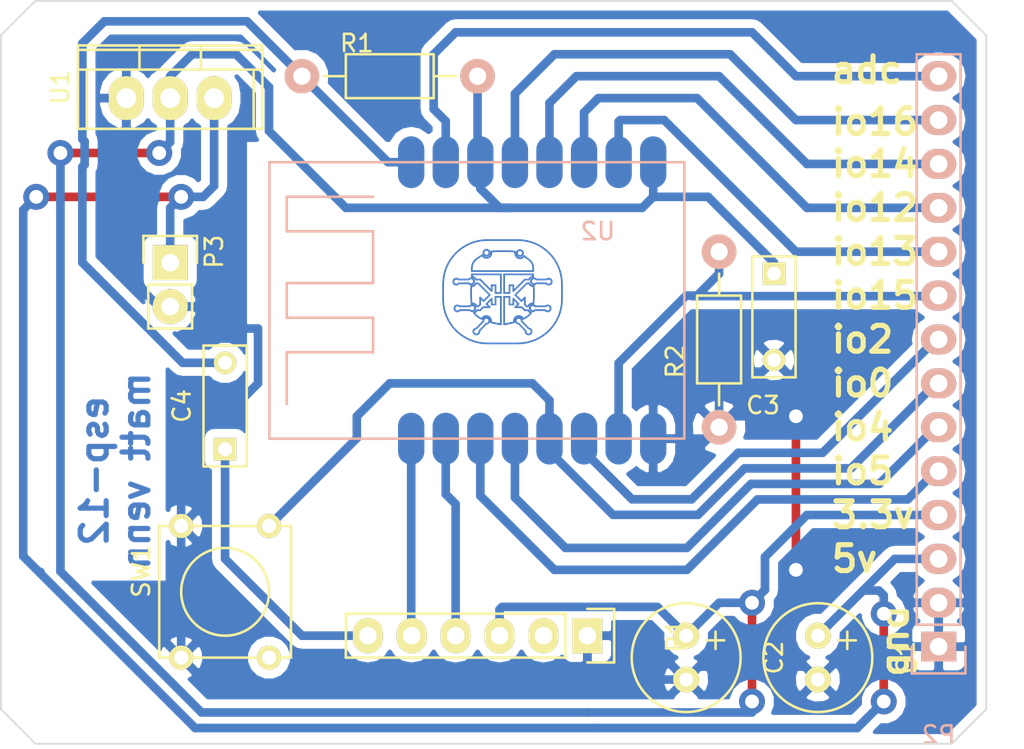
<source format=kicad_pcb>
(kicad_pcb (version 4) (host pcbnew "(2015-06-25 BZR 5821)-product")

  (general
    (links 39)
    (no_connects 1)
    (area 53.654999 100.364999 113.258334 144.07)
    (thickness 1.6)
    (drawings 606)
    (tracks 204)
    (zones 0)
    (modules 12)
    (nets 18)
  )

  (page A4)
  (layers
    (0 F.Cu signal)
    (31 B.Cu signal)
    (32 B.Adhes user)
    (33 F.Adhes user)
    (34 B.Paste user)
    (35 F.Paste user)
    (36 B.SilkS user)
    (37 F.SilkS user)
    (38 B.Mask user)
    (39 F.Mask user)
    (40 Dwgs.User user)
    (41 Cmts.User user)
    (42 Eco1.User user)
    (43 Eco2.User user)
    (44 Edge.Cuts user)
    (45 Margin user)
    (46 B.CrtYd user)
    (47 F.CrtYd user)
    (48 B.Fab user)
    (49 F.Fab user)
  )

  (setup
    (last_trace_width 0.25)
    (trace_clearance 0.2)
    (zone_clearance 0.508)
    (zone_45_only no)
    (trace_min 0.2)
    (segment_width 0.2)
    (edge_width 0.1)
    (via_size 0.6)
    (via_drill 0.4)
    (via_min_size 0.4)
    (via_min_drill 0.3)
    (uvia_size 0.3)
    (uvia_drill 0.1)
    (uvias_allowed no)
    (uvia_min_size 0.2)
    (uvia_min_drill 0.1)
    (pcb_text_width 0.3)
    (pcb_text_size 1.5 1.5)
    (mod_edge_width 0.15)
    (mod_text_size 1 1)
    (mod_text_width 0.15)
    (pad_size 1.5 1.5)
    (pad_drill 0.6)
    (pad_to_mask_clearance 0)
    (aux_axis_origin 0 0)
    (grid_origin 52.705 145.415)
    (visible_elements FFFFFF7F)
    (pcbplotparams
      (layerselection 0x210f0_80000001)
      (usegerberextensions false)
      (excludeedgelayer true)
      (linewidth 0.100000)
      (plotframeref false)
      (viasonmask false)
      (mode 1)
      (useauxorigin false)
      (hpglpennumber 1)
      (hpglpenspeed 20)
      (hpglpendiameter 15)
      (hpglpenoverlay 2)
      (psnegative false)
      (psa4output false)
      (plotreference true)
      (plotvalue true)
      (plotinvisibletext false)
      (padsonsilk false)
      (subtractmaskfromsilk false)
      (outputformat 1)
      (mirror false)
      (drillshape 0)
      (scaleselection 1)
      (outputdirectory fab/))
  )

  (net 0 "")
  (net 1 GND)
  (net 2 +5V)
  (net 3 +3V3)
  (net 4 "Net-(C4-Pad1)")
  (net 5 /gpio0)
  (net 6 /reset)
  (net 7 /rx)
  (net 8 /tx)
  (net 9 /gpio5)
  (net 10 /gpio4)
  (net 11 /gpio2)
  (net 12 /gpio15)
  (net 13 /gpio13)
  (net 14 /gpio12)
  (net 15 /gpio14)
  (net 16 /gpio16)
  (net 17 /adc)

  (net_class Default "This is the default net class."
    (clearance 0.2)
    (trace_width 0.25)
    (via_dia 0.6)
    (via_drill 0.4)
    (uvia_dia 0.3)
    (uvia_drill 0.1)
  )

  (net_class etch ""
    (clearance 0.4)
    (trace_width 0.5)
    (via_dia 1.5)
    (via_drill 0.8)
    (uvia_dia 0.3)
    (uvia_drill 0.1)
    (add_net +3V3)
    (add_net +5V)
    (add_net /adc)
    (add_net /gpio0)
    (add_net /gpio12)
    (add_net /gpio13)
    (add_net /gpio14)
    (add_net /gpio15)
    (add_net /gpio16)
    (add_net /gpio2)
    (add_net /gpio4)
    (add_net /gpio5)
    (add_net /reset)
    (add_net /rx)
    (add_net /tx)
    (add_net GND)
    (add_net "Net-(C4-Pad1)")
  )

  (module Capacitors_Elko_ThroughHole:Elko_vert_11.2x6.3mm_RM2.5 (layer F.Cu) (tedit 5454A15D) (tstamp 55AD31A1)
    (at 100.965 137.16 270)
    (descr "Electrolytic Capacitor, vertical, diameter 6,3mm, RM 2,5mm, radial,")
    (tags "Electrolytic Capacitor, vertical, diameter 6,3mm, RM 2,5mm, Elko, Electrolytkondensator, Kondensator gepolt, Durchmesser 6,3mm, radial,")
    (path /55AD3174)
    (fp_text reference C1 (at 1.27 -5.08 270) (layer F.SilkS)
      (effects (font (size 1 1) (thickness 0.15)))
    )
    (fp_text value 10uf (at 1.27 5.08 270) (layer F.Fab)
      (effects (font (size 1 1) (thickness 0.15)))
    )
    (fp_line (start 0.26924 -2.19964) (end 0.26924 -1.19888) (layer F.SilkS) (width 0.15))
    (fp_line (start -0.23114 -1.69926) (end 0.76962 -1.69926) (layer F.SilkS) (width 0.15))
    (fp_line (start 0.26924 -1.69926) (end 0.76962 -1.69926) (layer F.Cu) (width 0.15))
    (fp_line (start 0.26924 -1.69926) (end 0.26924 -2.19964) (layer F.Cu) (width 0.15))
    (fp_line (start -0.23114 -1.69926) (end 0.26924 -1.69926) (layer F.Cu) (width 0.15))
    (fp_line (start 0.26924 -1.69926) (end 0.26924 -1.30048) (layer F.Cu) (width 0.15))
    (fp_line (start 0.26924 -1.30048) (end 0.26924 -1.19888) (layer F.Cu) (width 0.15))
    (fp_circle (center 1.27 0) (end 4.4196 0) (layer F.SilkS) (width 0.15))
    (pad 2 thru_hole circle (at 2.54 0 270) (size 1.50114 1.50114) (drill 0.8001) (layers *.Cu *.Mask F.SilkS)
      (net 1 GND))
    (pad 1 thru_hole circle (at 0 0 270) (size 1.50114 1.50114) (drill 0.8001) (layers *.Cu *.Mask F.SilkS)
      (net 2 +5V))
    (model Capacitors_Elko_ThroughHole.3dshapes/Elko_vert_11.2x6.3mm_RM2.5.wrl
      (at (xyz 0 0 0))
      (scale (xyz 1 1 1))
      (rotate (xyz 0 0 0))
    )
  )

  (module Capacitors_Elko_ThroughHole:Elko_vert_11.2x6.3mm_RM2.5 (layer F.Cu) (tedit 5454A15D) (tstamp 55AD31A7)
    (at 93.345 137.16 270)
    (descr "Electrolytic Capacitor, vertical, diameter 6,3mm, RM 2,5mm, radial,")
    (tags "Electrolytic Capacitor, vertical, diameter 6,3mm, RM 2,5mm, Elko, Electrolytkondensator, Kondensator gepolt, Durchmesser 6,3mm, radial,")
    (path /55AD317B)
    (fp_text reference C2 (at 1.27 -5.08 270) (layer F.SilkS)
      (effects (font (size 1 1) (thickness 0.15)))
    )
    (fp_text value 10uf (at 1.27 5.08 270) (layer F.Fab)
      (effects (font (size 1 1) (thickness 0.15)))
    )
    (fp_line (start 0.26924 -2.19964) (end 0.26924 -1.19888) (layer F.SilkS) (width 0.15))
    (fp_line (start -0.23114 -1.69926) (end 0.76962 -1.69926) (layer F.SilkS) (width 0.15))
    (fp_line (start 0.26924 -1.69926) (end 0.76962 -1.69926) (layer F.Cu) (width 0.15))
    (fp_line (start 0.26924 -1.69926) (end 0.26924 -2.19964) (layer F.Cu) (width 0.15))
    (fp_line (start -0.23114 -1.69926) (end 0.26924 -1.69926) (layer F.Cu) (width 0.15))
    (fp_line (start 0.26924 -1.69926) (end 0.26924 -1.30048) (layer F.Cu) (width 0.15))
    (fp_line (start 0.26924 -1.30048) (end 0.26924 -1.19888) (layer F.Cu) (width 0.15))
    (fp_circle (center 1.27 0) (end 4.4196 0) (layer F.SilkS) (width 0.15))
    (pad 2 thru_hole circle (at 2.54 0 270) (size 1.50114 1.50114) (drill 0.8001) (layers *.Cu *.Mask F.SilkS)
      (net 1 GND))
    (pad 1 thru_hole circle (at 0 0 270) (size 1.50114 1.50114) (drill 0.8001) (layers *.Cu *.Mask F.SilkS)
      (net 3 +3V3))
    (model Capacitors_Elko_ThroughHole.3dshapes/Elko_vert_11.2x6.3mm_RM2.5.wrl
      (at (xyz 0 0 0))
      (scale (xyz 1 1 1))
      (rotate (xyz 0 0 0))
    )
  )

  (module Capacitors_ThroughHole:C_Rect_L7_W2.5_P5 (layer F.Cu) (tedit 0) (tstamp 55AD31B3)
    (at 66.675 126.365 90)
    (descr "Film Capacitor Length 7mm x Width 2.5mm, Pitch 5mm")
    (tags Capacitor)
    (path /55AD3B1B)
    (fp_text reference C4 (at 2.5 -2.5 90) (layer F.SilkS)
      (effects (font (size 1 1) (thickness 0.15)))
    )
    (fp_text value 1uf (at 2.5 2.5 90) (layer F.Fab)
      (effects (font (size 1 1) (thickness 0.15)))
    )
    (fp_line (start -1.25 -1.5) (end 6.25 -1.5) (layer F.CrtYd) (width 0.05))
    (fp_line (start 6.25 -1.5) (end 6.25 1.5) (layer F.CrtYd) (width 0.05))
    (fp_line (start 6.25 1.5) (end -1.25 1.5) (layer F.CrtYd) (width 0.05))
    (fp_line (start -1.25 1.5) (end -1.25 -1.5) (layer F.CrtYd) (width 0.05))
    (fp_line (start -1 -1.25) (end 6 -1.25) (layer F.SilkS) (width 0.15))
    (fp_line (start 6 -1.25) (end 6 1.25) (layer F.SilkS) (width 0.15))
    (fp_line (start 6 1.25) (end -1 1.25) (layer F.SilkS) (width 0.15))
    (fp_line (start -1 1.25) (end -1 -1.25) (layer F.SilkS) (width 0.15))
    (pad 1 thru_hole rect (at 0 0 90) (size 1.3 1.3) (drill 0.8) (layers *.Cu *.Mask F.SilkS)
      (net 4 "Net-(C4-Pad1)"))
    (pad 2 thru_hole circle (at 5 0 90) (size 1.3 1.3) (drill 0.8) (layers *.Cu *.Mask F.SilkS)
      (net 6 /reset))
  )

  (module Pin_Headers:Pin_Header_Straight_1x06 (layer F.Cu) (tedit 0) (tstamp 55AD31BD)
    (at 87.63 137.16 270)
    (descr "Through hole pin header")
    (tags "pin header")
    (path /55AD3AED)
    (fp_text reference P1 (at 0 -5.1 450) (layer F.SilkS)
      (effects (font (size 1 1) (thickness 0.15)))
    )
    (fp_text value ftdi (at 0 -3.1 270) (layer F.Fab)
      (effects (font (size 1 1) (thickness 0.15)))
    )
    (fp_line (start -1.75 -1.75) (end -1.75 14.45) (layer F.CrtYd) (width 0.05))
    (fp_line (start 1.75 -1.75) (end 1.75 14.45) (layer F.CrtYd) (width 0.05))
    (fp_line (start -1.75 -1.75) (end 1.75 -1.75) (layer F.CrtYd) (width 0.05))
    (fp_line (start -1.75 14.45) (end 1.75 14.45) (layer F.CrtYd) (width 0.05))
    (fp_line (start 1.27 1.27) (end 1.27 13.97) (layer F.SilkS) (width 0.15))
    (fp_line (start 1.27 13.97) (end -1.27 13.97) (layer F.SilkS) (width 0.15))
    (fp_line (start -1.27 13.97) (end -1.27 1.27) (layer F.SilkS) (width 0.15))
    (fp_line (start 1.55 -1.55) (end 1.55 0) (layer F.SilkS) (width 0.15))
    (fp_line (start 1.27 1.27) (end -1.27 1.27) (layer F.SilkS) (width 0.15))
    (fp_line (start -1.55 0) (end -1.55 -1.55) (layer F.SilkS) (width 0.15))
    (fp_line (start -1.55 -1.55) (end 1.55 -1.55) (layer F.SilkS) (width 0.15))
    (pad 1 thru_hole rect (at 0 0 270) (size 2.032 1.7272) (drill 1.016) (layers *.Cu *.Mask F.SilkS)
      (net 1 GND))
    (pad 2 thru_hole oval (at 0 2.54 270) (size 2.032 1.7272) (drill 1.016) (layers *.Cu *.Mask F.SilkS))
    (pad 3 thru_hole oval (at 0 5.08 270) (size 2.032 1.7272) (drill 1.016) (layers *.Cu *.Mask F.SilkS)
      (net 3 +3V3))
    (pad 4 thru_hole oval (at 0 7.62 270) (size 2.032 1.7272) (drill 1.016) (layers *.Cu *.Mask F.SilkS)
      (net 7 /rx))
    (pad 5 thru_hole oval (at 0 10.16 270) (size 2.032 1.7272) (drill 1.016) (layers *.Cu *.Mask F.SilkS)
      (net 8 /tx))
    (pad 6 thru_hole oval (at 0 12.7 270) (size 2.032 1.7272) (drill 1.016) (layers *.Cu *.Mask F.SilkS)
      (net 4 "Net-(C4-Pad1)"))
    (model Pin_Headers.3dshapes/Pin_Header_Straight_1x06.wrl
      (at (xyz 0 -0.25 0))
      (scale (xyz 1 1 1))
      (rotate (xyz 0 0 90))
    )
  )

  (module Pin_Headers:Pin_Header_Straight_1x02 (layer F.Cu) (tedit 54EA090C) (tstamp 55AD31C3)
    (at 63.5 115.57)
    (descr "Through hole pin header")
    (tags "pin header")
    (path /55AD3ADC)
    (fp_text reference P3 (at 2.54 -0.635 90) (layer F.SilkS)
      (effects (font (size 1 1) (thickness 0.15)))
    )
    (fp_text value power (at 3.81 1.27 90) (layer F.Fab)
      (effects (font (size 1 1) (thickness 0.15)))
    )
    (fp_line (start 1.27 1.27) (end 1.27 3.81) (layer F.SilkS) (width 0.15))
    (fp_line (start 1.55 -1.55) (end 1.55 0) (layer F.SilkS) (width 0.15))
    (fp_line (start -1.75 -1.75) (end -1.75 4.3) (layer F.CrtYd) (width 0.05))
    (fp_line (start 1.75 -1.75) (end 1.75 4.3) (layer F.CrtYd) (width 0.05))
    (fp_line (start -1.75 -1.75) (end 1.75 -1.75) (layer F.CrtYd) (width 0.05))
    (fp_line (start -1.75 4.3) (end 1.75 4.3) (layer F.CrtYd) (width 0.05))
    (fp_line (start 1.27 1.27) (end -1.27 1.27) (layer F.SilkS) (width 0.15))
    (fp_line (start -1.55 0) (end -1.55 -1.55) (layer F.SilkS) (width 0.15))
    (fp_line (start -1.55 -1.55) (end 1.55 -1.55) (layer F.SilkS) (width 0.15))
    (fp_line (start -1.27 1.27) (end -1.27 3.81) (layer F.SilkS) (width 0.15))
    (fp_line (start -1.27 3.81) (end 1.27 3.81) (layer F.SilkS) (width 0.15))
    (pad 1 thru_hole rect (at 0 0) (size 2.032 2.032) (drill 1.016) (layers *.Cu *.Mask F.SilkS)
      (net 2 +5V))
    (pad 2 thru_hole oval (at 0 2.54) (size 2.032 2.032) (drill 1.016) (layers *.Cu *.Mask F.SilkS)
      (net 1 GND))
    (model Pin_Headers.3dshapes/Pin_Header_Straight_1x02.wrl
      (at (xyz 0 -0.05 0))
      (scale (xyz 1 1 1))
      (rotate (xyz 0 0 90))
    )
  )

  (module Buttons_Switches_ThroughHole:SW_PUSH_SMALL (layer F.Cu) (tedit 55AD31C4) (tstamp 55AD31CB)
    (at 66.675 134.62 270)
    (path /55AD3B14)
    (fp_text reference SW1 (at -1.1811 4.8514 270) (layer F.SilkS)
      (effects (font (size 1 1) (thickness 0.15)))
    )
    (fp_text value SW_PUSH (at -0.5461 6.7564 270) (layer F.Fab)
      (effects (font (size 1 1) (thickness 0.15)))
    )
    (fp_circle (center 0 0) (end 0 -2.54) (layer F.SilkS) (width 0.15))
    (fp_line (start -3.81 -3.81) (end 3.81 -3.81) (layer F.SilkS) (width 0.15))
    (fp_line (start 3.81 -3.81) (end 3.81 3.81) (layer F.SilkS) (width 0.15))
    (fp_line (start 3.81 3.81) (end -3.81 3.81) (layer F.SilkS) (width 0.15))
    (fp_line (start -3.81 -3.81) (end -3.81 3.81) (layer F.SilkS) (width 0.15))
    (pad 1 thru_hole circle (at 3.81 -2.54 270) (size 1.397 1.397) (drill 0.8128) (layers *.Cu *.Mask F.SilkS)
      (net 5 /gpio0))
    (pad 2 thru_hole circle (at 3.81 2.54 270) (size 1.397 1.397) (drill 0.8128) (layers *.Cu *.Mask F.SilkS)
      (net 1 GND))
    (pad 1 thru_hole circle (at -3.81 -2.54 270) (size 1.397 1.397) (drill 0.8128) (layers *.Cu *.Mask F.SilkS)
      (net 5 /gpio0))
    (pad 2 thru_hole circle (at -3.81 2.54 270) (size 1.397 1.397) (drill 0.8128) (layers *.Cu *.Mask F.SilkS)
      (net 1 GND))
  )

  (module Power_Integrations:TO-220 (layer F.Cu) (tedit 0) (tstamp 55AD31D2)
    (at 63.5 106.045)
    (descr "Non Isolated JEDEC TO-220 Package")
    (tags "Power Integration YN Package")
    (path /55AD3145)
    (fp_text reference U1 (at -6.35 -0.635 90) (layer F.SilkS)
      (effects (font (size 1 1) (thickness 0.15)))
    )
    (fp_text value AP1117D33 (at 0 -4.318) (layer F.Fab)
      (effects (font (size 1 1) (thickness 0.15)))
    )
    (fp_line (start 4.826 -1.651) (end 4.826 1.778) (layer F.SilkS) (width 0.15))
    (fp_line (start -4.826 -1.651) (end -4.826 1.778) (layer F.SilkS) (width 0.15))
    (fp_line (start 5.334 -2.794) (end -5.334 -2.794) (layer F.SilkS) (width 0.15))
    (fp_line (start 1.778 -1.778) (end 1.778 -3.048) (layer F.SilkS) (width 0.15))
    (fp_line (start -1.778 -1.778) (end -1.778 -3.048) (layer F.SilkS) (width 0.15))
    (fp_line (start -5.334 -1.651) (end 5.334 -1.651) (layer F.SilkS) (width 0.15))
    (fp_line (start 5.334 1.778) (end -5.334 1.778) (layer F.SilkS) (width 0.15))
    (fp_line (start -5.334 -3.048) (end -5.334 1.778) (layer F.SilkS) (width 0.15))
    (fp_line (start 5.334 -3.048) (end 5.334 1.778) (layer F.SilkS) (width 0.15))
    (fp_line (start 5.334 -3.048) (end -5.334 -3.048) (layer F.SilkS) (width 0.15))
    (pad 2 thru_hole oval (at 0 0) (size 2.032 2.54) (drill 1.143) (layers *.Cu *.Mask F.SilkS)
      (net 3 +3V3))
    (pad 3 thru_hole oval (at 2.54 0) (size 2.032 2.54) (drill 1.143) (layers *.Cu *.Mask F.SilkS)
      (net 2 +5V))
    (pad 1 thru_hole oval (at -2.54 0) (size 2.032 2.54) (drill 1.143) (layers *.Cu *.Mask F.SilkS)
      (net 1 GND))
  )

  (module Resistors_ThroughHole:Resistor_Horizontal_RM10mm (layer F.Cu) (tedit 53F56209) (tstamp 55AD3D50)
    (at 76.2 104.775 180)
    (descr "Resistor, Axial,  RM 10mm, 1/3W,")
    (tags "Resistor, Axial, RM 10mm, 1/3W,")
    (path /55ACED8E)
    (fp_text reference R1 (at 1.905 1.905 180) (layer F.SilkS)
      (effects (font (size 1 1) (thickness 0.15)))
    )
    (fp_text value 10k (at -0.635 1.905 180) (layer F.Fab)
      (effects (font (size 1 1) (thickness 0.15)))
    )
    (fp_line (start -2.54 -1.27) (end 2.54 -1.27) (layer F.SilkS) (width 0.15))
    (fp_line (start 2.54 -1.27) (end 2.54 1.27) (layer F.SilkS) (width 0.15))
    (fp_line (start 2.54 1.27) (end -2.54 1.27) (layer F.SilkS) (width 0.15))
    (fp_line (start -2.54 1.27) (end -2.54 -1.27) (layer F.SilkS) (width 0.15))
    (fp_line (start -2.54 0) (end -3.81 0) (layer F.SilkS) (width 0.15))
    (fp_line (start 2.54 0) (end 3.81 0) (layer F.SilkS) (width 0.15))
    (pad 1 thru_hole circle (at -5.08 0 180) (size 1.99898 1.99898) (drill 1.00076) (layers *.Cu *.SilkS *.Mask)
      (net 3 +3V3))
    (pad 2 thru_hole circle (at 5.08 0 180) (size 1.99898 1.99898) (drill 1.00076) (layers *.Cu *.SilkS *.Mask)
      (net 6 /reset))
    (model Resistors_ThroughHole.3dshapes/Resistor_Horizontal_RM10mm.wrl
      (at (xyz 0 0 0))
      (scale (xyz 0.4 0.4 0.4))
      (rotate (xyz 0 0 0))
    )
  )

  (module Resistors_ThroughHole:Resistor_Horizontal_RM10mm (layer F.Cu) (tedit 53F56209) (tstamp 55AD3D5C)
    (at 95.25 120.015 270)
    (descr "Resistor, Axial,  RM 10mm, 1/3W,")
    (tags "Resistor, Axial, RM 10mm, 1/3W,")
    (path /55AD3D06)
    (fp_text reference R2 (at 1.27 2.54 270) (layer F.SilkS)
      (effects (font (size 1 1) (thickness 0.15)))
    )
    (fp_text value 10k (at -1.905 2.54 270) (layer F.Fab)
      (effects (font (size 1 1) (thickness 0.15)))
    )
    (fp_line (start -2.54 -1.27) (end 2.54 -1.27) (layer F.SilkS) (width 0.15))
    (fp_line (start 2.54 -1.27) (end 2.54 1.27) (layer F.SilkS) (width 0.15))
    (fp_line (start 2.54 1.27) (end -2.54 1.27) (layer F.SilkS) (width 0.15))
    (fp_line (start -2.54 1.27) (end -2.54 -1.27) (layer F.SilkS) (width 0.15))
    (fp_line (start -2.54 0) (end -3.81 0) (layer F.SilkS) (width 0.15))
    (fp_line (start 2.54 0) (end 3.81 0) (layer F.SilkS) (width 0.15))
    (pad 1 thru_hole circle (at -5.08 0 270) (size 1.99898 1.99898) (drill 1.00076) (layers *.Cu *.SilkS *.Mask)
      (net 12 /gpio15))
    (pad 2 thru_hole circle (at 5.08 0 270) (size 1.99898 1.99898) (drill 1.00076) (layers *.Cu *.SilkS *.Mask)
      (net 1 GND))
    (model Resistors_ThroughHole.3dshapes/Resistor_Horizontal_RM10mm.wrl
      (at (xyz 0 0 0))
      (scale (xyz 0.4 0.4 0.4))
      (rotate (xyz 0 0 0))
    )
  )

  (module esp8266-12:esp8266-12 (layer B.Cu) (tedit 55ACE67C) (tstamp 55AD3D7E)
    (at 91.44 109.855 180)
    (path /55ACECFB)
    (fp_text reference U2 (at 3.2 -3.9 180) (layer B.SilkS)
      (effects (font (size 1 1) (thickness 0.15)) (justify mirror))
    )
    (fp_text value esp8266-12 (at 6.2 -5.9 180) (layer B.Fab)
      (effects (font (size 1 1) (thickness 0.15)) (justify mirror))
    )
    (fp_line (start 16.2 -1.9) (end 21.2 -1.9) (layer B.SilkS) (width 0.15))
    (fp_line (start 21.2 -1.9) (end 21.2 -3.9) (layer B.SilkS) (width 0.15))
    (fp_line (start 21.2 -3.9) (end 16.2 -3.9) (layer B.SilkS) (width 0.15))
    (fp_line (start 16.2 -3.9) (end 16.2 -6.9) (layer B.SilkS) (width 0.15))
    (fp_line (start 16.2 -6.9) (end 21.2 -6.9) (layer B.SilkS) (width 0.15))
    (fp_line (start 21.2 -6.9) (end 21.2 -8.9) (layer B.SilkS) (width 0.15))
    (fp_line (start 21.2 -8.9) (end 16.2 -8.9) (layer B.SilkS) (width 0.15))
    (fp_line (start 16.2 -8.9) (end 16.2 -10.9) (layer B.SilkS) (width 0.15))
    (fp_line (start 16.2 -10.9) (end 21.2 -10.9) (layer B.SilkS) (width 0.15))
    (fp_line (start 21.2 -10.9) (end 21.2 -13.9) (layer B.SilkS) (width 0.15))
    (fp_line (start -1.8 0.1) (end -1.8 -15.9) (layer B.SilkS) (width 0.15))
    (fp_line (start -1.8 -15.9) (end 22.2 -15.9) (layer B.SilkS) (width 0.15))
    (fp_line (start 22.2 -15.9) (end 22.2 0.1) (layer B.SilkS) (width 0.15))
    (fp_line (start 22.2 0.1) (end -1.8 0.1) (layer B.SilkS) (width 0.15))
    (pad 8 smd oval (at 0 0.1 180) (size 1.524 3) (layers B.Cu B.Paste B.Mask)
      (net 3 +3V3))
    (pad 7 smd oval (at 2 0.1 180) (size 1.524 3) (layers B.Cu B.Paste B.Mask)
      (net 13 /gpio13))
    (pad 6 smd oval (at 4 0.1 180) (size 1.524 3) (layers B.Cu B.Paste B.Mask)
      (net 14 /gpio12))
    (pad 5 smd oval (at 6 0.1 180) (size 1.524 3) (layers B.Cu B.Paste B.Mask)
      (net 15 /gpio14))
    (pad 4 smd oval (at 8 0.1 180) (size 1.524 3) (layers B.Cu B.Paste B.Mask)
      (net 16 /gpio16))
    (pad 3 smd oval (at 10 0.1 180) (size 1.524 3) (layers B.Cu B.Paste B.Mask)
      (net 3 +3V3))
    (pad 2 smd oval (at 12 0.1 180) (size 1.524 3) (layers B.Cu B.Paste B.Mask)
      (net 17 /adc))
    (pad 1 smd oval (at 14 0.1 180) (size 1.524 3) (layers B.Cu B.Paste B.Mask)
      (net 6 /reset))
    (pad 9 smd oval (at 0 -15.9 180) (size 1.524 3) (layers B.Cu B.Paste B.Mask)
      (net 1 GND))
    (pad 10 smd oval (at 2 -15.9 180) (size 1.524 3) (layers B.Cu B.Paste B.Mask)
      (net 12 /gpio15))
    (pad 11 smd oval (at 4 -15.9 180) (size 1.524 3) (layers B.Cu B.Paste B.Mask)
      (net 11 /gpio2))
    (pad 12 smd oval (at 6 -15.9 180) (size 1.524 3) (layers B.Cu B.Paste B.Mask)
      (net 5 /gpio0))
    (pad 13 smd oval (at 8 -15.9 180) (size 1.524 3) (layers B.Cu B.Paste B.Mask)
      (net 10 /gpio4))
    (pad 14 smd oval (at 10 -15.9 180) (size 1.524 3) (layers B.Cu B.Paste B.Mask)
      (net 9 /gpio5))
    (pad 15 smd oval (at 12 -15.9 180) (size 1.524 3) (layers B.Cu B.Paste B.Mask)
      (net 7 /rx))
    (pad 16 smd oval (at 14 -15.9 180) (size 1.524 3) (layers B.Cu B.Paste B.Mask)
      (net 8 /tx))
  )

  (module Capacitors_ThroughHole:C_Rect_L7_W2.5_P5 (layer F.Cu) (tedit 0) (tstamp 55B263A7)
    (at 98.425 116.205 270)
    (descr "Film Capacitor Length 7mm x Width 2.5mm, Pitch 5mm")
    (tags Capacitor)
    (path /55AD318E)
    (fp_text reference C3 (at 7.62 0.635 360) (layer F.SilkS)
      (effects (font (size 1 1) (thickness 0.15)))
    )
    (fp_text value 0.1uf (at 2.5 2.5 270) (layer F.Fab)
      (effects (font (size 1 1) (thickness 0.15)))
    )
    (fp_line (start -1.25 -1.5) (end 6.25 -1.5) (layer F.CrtYd) (width 0.05))
    (fp_line (start 6.25 -1.5) (end 6.25 1.5) (layer F.CrtYd) (width 0.05))
    (fp_line (start 6.25 1.5) (end -1.25 1.5) (layer F.CrtYd) (width 0.05))
    (fp_line (start -1.25 1.5) (end -1.25 -1.5) (layer F.CrtYd) (width 0.05))
    (fp_line (start -1 -1.25) (end 6 -1.25) (layer F.SilkS) (width 0.15))
    (fp_line (start 6 -1.25) (end 6 1.25) (layer F.SilkS) (width 0.15))
    (fp_line (start 6 1.25) (end -1 1.25) (layer F.SilkS) (width 0.15))
    (fp_line (start -1 1.25) (end -1 -1.25) (layer F.SilkS) (width 0.15))
    (pad 1 thru_hole rect (at 0 0 270) (size 1.3 1.3) (drill 0.8) (layers *.Cu *.Mask F.SilkS)
      (net 3 +3V3))
    (pad 2 thru_hole circle (at 5 0 270) (size 1.3 1.3) (drill 0.8) (layers *.Cu *.Mask F.SilkS)
      (net 1 GND))
  )

  (module Pin_Headers:Pin_Header_Straight_1x14 (layer B.Cu) (tedit 0) (tstamp 55B263AC)
    (at 107.95 137.795)
    (descr "Through hole pin header")
    (tags "pin header")
    (path /55AD4557)
    (fp_text reference P2 (at 0 5.1) (layer B.SilkS)
      (effects (font (size 1 1) (thickness 0.15)) (justify mirror))
    )
    (fp_text value CONN_01X14 (at 0 3.1) (layer B.Fab)
      (effects (font (size 1 1) (thickness 0.15)) (justify mirror))
    )
    (fp_line (start -1.75 1.75) (end -1.75 -34.8) (layer B.CrtYd) (width 0.05))
    (fp_line (start 1.75 1.75) (end 1.75 -34.8) (layer B.CrtYd) (width 0.05))
    (fp_line (start -1.75 1.75) (end 1.75 1.75) (layer B.CrtYd) (width 0.05))
    (fp_line (start -1.75 -34.8) (end 1.75 -34.8) (layer B.CrtYd) (width 0.05))
    (fp_line (start -1.27 -1.27) (end -1.27 -34.29) (layer B.SilkS) (width 0.15))
    (fp_line (start -1.27 -34.29) (end 1.27 -34.29) (layer B.SilkS) (width 0.15))
    (fp_line (start 1.27 -34.29) (end 1.27 -1.27) (layer B.SilkS) (width 0.15))
    (fp_line (start 1.55 1.55) (end 1.55 0) (layer B.SilkS) (width 0.15))
    (fp_line (start 1.27 -1.27) (end -1.27 -1.27) (layer B.SilkS) (width 0.15))
    (fp_line (start -1.55 0) (end -1.55 1.55) (layer B.SilkS) (width 0.15))
    (fp_line (start -1.55 1.55) (end 1.55 1.55) (layer B.SilkS) (width 0.15))
    (pad 1 thru_hole rect (at 0 0) (size 2.032 1.7272) (drill 1.016) (layers *.Cu *.Mask B.SilkS)
      (net 1 GND))
    (pad 2 thru_hole oval (at 0 -2.54) (size 2.032 1.7272) (drill 1.016) (layers *.Cu *.Mask B.SilkS)
      (net 1 GND))
    (pad 3 thru_hole oval (at 0 -5.08) (size 2.032 1.7272) (drill 1.016) (layers *.Cu *.Mask B.SilkS)
      (net 2 +5V))
    (pad 4 thru_hole oval (at 0 -7.62) (size 2.032 1.7272) (drill 1.016) (layers *.Cu *.Mask B.SilkS)
      (net 3 +3V3))
    (pad 5 thru_hole oval (at 0 -10.16) (size 2.032 1.7272) (drill 1.016) (layers *.Cu *.Mask B.SilkS)
      (net 9 /gpio5))
    (pad 6 thru_hole oval (at 0 -12.7) (size 2.032 1.7272) (drill 1.016) (layers *.Cu *.Mask B.SilkS)
      (net 10 /gpio4))
    (pad 7 thru_hole oval (at 0 -15.24) (size 2.032 1.7272) (drill 1.016) (layers *.Cu *.Mask B.SilkS)
      (net 5 /gpio0))
    (pad 8 thru_hole oval (at 0 -17.78) (size 2.032 1.7272) (drill 1.016) (layers *.Cu *.Mask B.SilkS)
      (net 11 /gpio2))
    (pad 9 thru_hole oval (at 0 -20.32) (size 2.032 1.7272) (drill 1.016) (layers *.Cu *.Mask B.SilkS)
      (net 12 /gpio15))
    (pad 10 thru_hole oval (at 0 -22.86) (size 2.032 1.7272) (drill 1.016) (layers *.Cu *.Mask B.SilkS)
      (net 13 /gpio13))
    (pad 11 thru_hole oval (at 0 -25.4) (size 2.032 1.7272) (drill 1.016) (layers *.Cu *.Mask B.SilkS)
      (net 14 /gpio12))
    (pad 12 thru_hole oval (at 0 -27.94) (size 2.032 1.7272) (drill 1.016) (layers *.Cu *.Mask B.SilkS)
      (net 15 /gpio14))
    (pad 13 thru_hole oval (at 0 -30.48) (size 2.032 1.7272) (drill 1.016) (layers *.Cu *.Mask B.SilkS)
      (net 16 /gpio16))
    (pad 14 thru_hole oval (at 0 -33.02) (size 2.032 1.7272) (drill 1.016) (layers *.Cu *.Mask B.SilkS)
      (net 17 /adc))
    (model Pin_Headers.3dshapes/Pin_Header_Straight_1x14.wrl
      (at (xyz 0 -0.65 0))
      (scale (xyz 1 1 1))
      (rotate (xyz 0 0 90))
    )
  )

  (gr_text gnd (at 105.41 139.7 90) (layer F.SilkS) (tstamp 55B26E1F)
    (effects (font (size 1.5 1.5) (thickness 0.3)) (justify left))
  )
  (gr_text 5v (at 101.6 132.715) (layer F.SilkS) (tstamp 55B26E1E)
    (effects (font (size 1.5 1.5) (thickness 0.3)) (justify left))
  )
  (gr_text 3.3v (at 101.6 130.175) (layer F.SilkS) (tstamp 55B26E1C)
    (effects (font (size 1.5 1.5) (thickness 0.3)) (justify left))
  )
  (gr_text io5 (at 101.6 127.635) (layer F.SilkS) (tstamp 55B26E19)
    (effects (font (size 1.5 1.5) (thickness 0.3)) (justify left))
  )
  (gr_text io4 (at 101.6 125.095) (layer F.SilkS) (tstamp 55B26E0D)
    (effects (font (size 1.5 1.5) (thickness 0.3)) (justify left))
  )
  (gr_text io0 (at 101.6 122.555) (layer F.SilkS) (tstamp 55B26E0C)
    (effects (font (size 1.5 1.5) (thickness 0.3)) (justify left))
  )
  (gr_text io2 (at 101.6 120.015) (layer F.SilkS) (tstamp 55B26E0A)
    (effects (font (size 1.5 1.5) (thickness 0.3)) (justify left))
  )
  (gr_text io15 (at 101.6 117.475) (layer F.SilkS) (tstamp 55B26E09)
    (effects (font (size 1.5 1.5) (thickness 0.3)) (justify left))
  )
  (gr_text io13 (at 101.6 114.935) (layer F.SilkS) (tstamp 55B26E02)
    (effects (font (size 1.5 1.5) (thickness 0.3)) (justify left))
  )
  (gr_text io12 (at 101.6 112.395) (layer F.SilkS) (tstamp 55B26E00)
    (effects (font (size 1.5 1.5) (thickness 0.3)) (justify left))
  )
  (gr_text io14 (at 101.6 109.855) (layer F.SilkS) (tstamp 55B26DFE)
    (effects (font (size 1.5 1.5) (thickness 0.3)) (justify left))
  )
  (gr_text io16 (at 101.6 107.415) (layer F.SilkS)
    (effects (font (size 1.5 1.5) (thickness 0.3)) (justify left))
  )
  (gr_text adc (at 101.6 104.415) (layer F.SilkS)
    (effects (font (size 1.5 1.5) (thickness 0.3)) (justify left))
  )
  (gr_line (start 53.705 141.415) (end 53.705 102.415) (layer Edge.Cuts) (width 0.1))
  (gr_line (start 55.705 143.415) (end 53.705 141.415) (layer Edge.Cuts) (width 0.1))
  (gr_line (start 108.705 143.415) (end 55.705 143.415) (layer Edge.Cuts) (width 0.1))
  (gr_line (start 110.705 141.415) (end 108.705 143.415) (layer Edge.Cuts) (width 0.1))
  (gr_line (start 110.705 102.415) (end 110.705 141.415) (layer Edge.Cuts) (width 0.1))
  (gr_line (start 108.705 100.415) (end 110.705 102.415) (layer Edge.Cuts) (width 0.1))
  (gr_line (start 55.705 100.415) (end 108.705 100.415) (layer Edge.Cuts) (width 0.1))
  (gr_line (start 53.705 102.415) (end 55.705 100.415) (layer Edge.Cuts) (width 0.1))
  (gr_line (start 83.66213 118.75732) (end 83.66213 118.75732) (layer B.Cu) (width 0.1))
  (gr_line (start 83.72696 118.77149) (end 83.66213 118.75732) (layer B.Cu) (width 0.1))
  (gr_line (start 83.78334 118.81082) (end 83.72696 118.77149) (layer B.Cu) (width 0.1))
  (gr_line (start 83.82332 118.87809) (end 83.78334 118.81082) (layer B.Cu) (width 0.1))
  (gr_line (start 83.82982 118.95351) (end 83.82332 118.87809) (layer B.Cu) (width 0.1))
  (gr_line (start 84.23781 119.38059) (end 83.82982 118.95351) (layer B.Cu) (width 0.1))
  (gr_line (start 84.30189 119.395021) (end 84.23781 119.38059) (layer B.Cu) (width 0.1))
  (gr_line (start 84.3576 119.434083) (end 84.30189 119.395021) (layer B.Cu) (width 0.1))
  (gr_line (start 84.39434 119.492135) (end 84.3576 119.434083) (layer B.Cu) (width 0.1))
  (gr_line (start 84.40552 119.557457) (end 84.39434 119.492135) (layer B.Cu) (width 0.1))
  (gr_line (start 84.39135 119.622181) (end 84.40552 119.557457) (layer B.Cu) (width 0.1))
  (gr_line (start 84.35207 119.67855) (end 84.39135 119.622181) (layer B.Cu) (width 0.1))
  (gr_line (start 84.29392 119.715225) (end 84.35207 119.67855) (layer B.Cu) (width 0.1))
  (gr_line (start 84.22849 119.726401) (end 84.29392 119.715225) (layer B.Cu) (width 0.1))
  (gr_line (start 84.16366 119.712242) (end 84.22849 119.726401) (layer B.Cu) (width 0.1))
  (gr_line (start 84.10728 119.672963) (end 84.16366 119.712242) (layer B.Cu) (width 0.1))
  (gr_line (start 84.08161 119.638511) (end 84.10728 119.672963) (layer B.Cu) (width 0.1))
  (gr_line (start 84.06572 119.600208) (end 84.08161 119.638511) (layer B.Cu) (width 0.1))
  (gr_line (start 84.05949 119.559789) (end 84.06572 119.600208) (layer B.Cu) (width 0.1))
  (gr_line (start 84.06285 119.519153) (end 84.05949 119.559789) (layer B.Cu) (width 0.1))
  (gr_line (start 83.66489 119.10319) (end 84.06285 119.519153) (layer B.Cu) (width 0.1))
  (gr_line (start 83.59436 119.09126) (end 83.66489 119.10319) (layer B.Cu) (width 0.1))
  (gr_line (start 83.53295 119.05008) (end 83.59436 119.09126) (layer B.Cu) (width 0.1))
  (gr_line (start 83.49623 118.99192) (end 83.53295 119.05008) (layer B.Cu) (width 0.1))
  (gr_line (start 83.48504 118.92649) (end 83.49623 118.99192) (layer B.Cu) (width 0.1))
  (gr_line (start 83.49921 118.86166) (end 83.48504 118.92649) (layer B.Cu) (width 0.1))
  (gr_line (start 83.53854 118.80528) (end 83.49921 118.86166) (layer B.Cu) (width 0.1))
  (gr_line (start 83.59664 118.7685) (end 83.53854 118.80528) (layer B.Cu) (width 0.1))
  (gr_line (start 83.66213 118.75732) (end 83.59664 118.7685) (layer B.Cu) (width 0.1))
  (gr_line (start 84.48022 118.02816) (end 84.48022 118.02816) (layer B.Cu) (width 0.1))
  (gr_line (start 84.52004 118.03271) (end 84.48022 118.02816) (layer B.Cu) (width 0.1))
  (gr_line (start 84.55656 118.04585) (end 84.52004 118.03271) (layer B.Cu) (width 0.1))
  (gr_line (start 84.58878 118.06646) (end 84.55656 118.04585) (layer B.Cu) (width 0.1))
  (gr_line (start 84.61564 118.09347) (end 84.58878 118.06646) (layer B.Cu) (width 0.1))
  (gr_line (start 85.20592 118.09347) (end 84.61564 118.09347) (layer B.Cu) (width 0.1))
  (gr_line (start 85.26054 118.05686) (end 85.20592 118.09347) (layer B.Cu) (width 0.1))
  (gr_line (start 85.32745 118.04346) (end 85.26054 118.05686) (layer B.Cu) (width 0.1))
  (gr_line (start 85.36232 118.04693) (end 85.32745 118.04346) (layer B.Cu) (width 0.1))
  (gr_line (start 85.39482 118.05702) (end 85.36232 118.04693) (layer B.Cu) (width 0.1))
  (gr_line (start 85.42423 118.07292) (end 85.39482 118.05702) (layer B.Cu) (width 0.1))
  (gr_line (start 85.44989 118.09402) (end 85.42423 118.07292) (layer B.Cu) (width 0.1))
  (gr_line (start 85.47104 118.11963) (end 85.44989 118.09402) (layer B.Cu) (width 0.1))
  (gr_line (start 85.487 118.14897) (end 85.47104 118.11963) (layer B.Cu) (width 0.1))
  (gr_line (start 85.49714 118.18147) (end 85.487 118.14897) (layer B.Cu) (width 0.1))
  (gr_line (start 85.50067 118.21636) (end 85.49714 118.18147) (layer B.Cu) (width 0.1))
  (gr_line (start 85.49714 118.25125) (end 85.50067 118.21636) (layer B.Cu) (width 0.1))
  (gr_line (start 85.487 118.28375) (end 85.49714 118.25125) (layer B.Cu) (width 0.1))
  (gr_line (start 85.47104 118.31316) (end 85.487 118.28375) (layer B.Cu) (width 0.1))
  (gr_line (start 85.44989 118.33881) (end 85.47104 118.31316) (layer B.Cu) (width 0.1))
  (gr_line (start 85.42423 118.35997) (end 85.44989 118.33881) (layer B.Cu) (width 0.1))
  (gr_line (start 85.39482 118.37598) (end 85.42423 118.35997) (layer B.Cu) (width 0.1))
  (gr_line (start 85.36232 118.38613) (end 85.39482 118.37598) (layer B.Cu) (width 0.1))
  (gr_line (start 85.32745 118.38966) (end 85.36232 118.38613) (layer B.Cu) (width 0.1))
  (gr_line (start 85.28491 118.38434) (end 85.32745 118.38966) (layer B.Cu) (width 0.1))
  (gr_line (start 85.24628 118.36942) (end 85.28491 118.38434) (layer B.Cu) (width 0.1))
  (gr_line (start 85.21281 118.34609) (end 85.24628 118.36942) (layer B.Cu) (width 0.1))
  (gr_line (start 85.18573 118.3157) (end 85.21281 118.34609) (layer B.Cu) (width 0.1))
  (gr_line (start 84.60972 118.3157) (end 85.18573 118.3157) (layer B.Cu) (width 0.1))
  (gr_line (start 84.58329 118.33991) (end 84.60972 118.3157) (layer B.Cu) (width 0.1))
  (gr_line (start 84.55238 118.35841) (end 84.58329 118.33991) (layer B.Cu) (width 0.1))
  (gr_line (start 84.51771 118.37017) (end 84.55238 118.35841) (layer B.Cu) (width 0.1))
  (gr_line (start 84.48022 118.37435) (end 84.51771 118.37017) (layer B.Cu) (width 0.1))
  (gr_line (start 84.44528 118.37082) (end 84.48022 118.37435) (layer B.Cu) (width 0.1))
  (gr_line (start 84.41284 118.36068) (end 84.44528 118.37082) (layer B.Cu) (width 0.1))
  (gr_line (start 84.38343 118.34473) (end 84.41284 118.36068) (layer B.Cu) (width 0.1))
  (gr_line (start 84.35782 118.32357) (end 84.38343 118.34473) (layer B.Cu) (width 0.1))
  (gr_line (start 84.33672 118.29791) (end 84.35782 118.32357) (layer B.Cu) (width 0.1))
  (gr_line (start 84.32082 118.2685) (end 84.33672 118.29791) (layer B.Cu) (width 0.1))
  (gr_line (start 84.31073 118.236) (end 84.32082 118.2685) (layer B.Cu) (width 0.1))
  (gr_line (start 84.30725 118.20111) (end 84.31073 118.236) (layer B.Cu) (width 0.1))
  (gr_line (start 84.31073 118.16618) (end 84.30725 118.20111) (layer B.Cu) (width 0.1))
  (gr_line (start 84.32082 118.13374) (end 84.31073 118.16618) (layer B.Cu) (width 0.1))
  (gr_line (start 84.33672 118.10434) (end 84.32082 118.13374) (layer B.Cu) (width 0.1))
  (gr_line (start 84.35782 118.07872) (end 84.33672 118.10434) (layer B.Cu) (width 0.1))
  (gr_line (start 84.38343 118.05761) (end 84.35782 118.07872) (layer B.Cu) (width 0.1))
  (gr_line (start 84.41284 118.04172) (end 84.38343 118.05761) (layer B.Cu) (width 0.1))
  (gr_line (start 84.44528 118.03163) (end 84.41284 118.04172) (layer B.Cu) (width 0.1))
  (gr_line (start 84.48022 118.02816) (end 84.44528 118.03163) (layer B.Cu) (width 0.1))
  (gr_line (start 83.12621 117.54671) (end 83.12621 117.54671) (layer B.Cu) (width 0.1))
  (gr_line (start 83.12627 117.54671) (end 83.12621 117.54671) (layer B.Cu) (width 0.1))
  (gr_line (start 82.81513 117.54671) (end 83.12627 117.54671) (layer B.Cu) (width 0.1))
  (gr_line (start 82.81513 119.13629) (end 82.81513 117.54671) (layer B.Cu) (width 0.1))
  (gr_line (start 82.82706 119.13455) (end 82.81513 119.13629) (layer B.Cu) (width 0.1))
  (gr_line (start 82.86124 119.1294) (end 82.82706 119.13455) (layer B.Cu) (width 0.1))
  (gr_line (start 82.91522 119.1205) (end 82.86124 119.1294) (layer B.Cu) (width 0.1))
  (gr_line (start 82.98641 119.1078) (end 82.91522 119.1205) (layer B.Cu) (width 0.1))
  (gr_line (start 83.07234 119.09104) (end 82.98641 119.1078) (layer B.Cu) (width 0.1))
  (gr_line (start 83.17049 119.07004) (end 83.07234 119.09104) (layer B.Cu) (width 0.1))
  (gr_line (start 83.27845 119.04471) (end 83.17049 119.07004) (layer B.Cu) (width 0.1))
  (gr_line (start 83.39363 119.01476) (end 83.27845 119.04471) (layer B.Cu) (width 0.1))
  (gr_line (start 83.38284 118.93804) (end 83.39363 119.01476) (layer B.Cu) (width 0.1))
  (gr_line (start 83.4047 118.82949) (end 83.38284 118.93804) (layer B.Cu) (width 0.1))
  (gr_line (start 83.46449 118.74089) (end 83.4047 118.82949) (layer B.Cu) (width 0.1))
  (gr_line (start 83.55309 118.6811) (end 83.46449 118.74089) (layer B.Cu) (width 0.1))
  (gr_line (start 83.66164 118.65924) (end 83.55309 118.6811) (layer B.Cu) (width 0.1))
  (gr_line (start 83.74384 118.6715) (end 83.66164 118.65924) (layer B.Cu) (width 0.1))
  (gr_line (start 83.81638 118.70589) (end 83.74384 118.6715) (layer B.Cu) (width 0.1))
  (gr_line (start 83.87552 118.75879) (end 83.81638 118.70589) (layer B.Cu) (width 0.1))
  (gr_line (start 83.91756 118.82656) (end 83.87552 118.75879) (layer B.Cu) (width 0.1))
  (gr_line (start 84.05884 118.75191) (end 83.91756 118.82656) (layer B.Cu) (width 0.1))
  (gr_line (start 84.18497 118.66781) (end 84.05884 118.75191) (layer B.Cu) (width 0.1))
  (gr_line (start 84.2906 118.57384) (end 84.18497 118.66781) (layer B.Cu) (width 0.1))
  (gr_line (start 84.37068 118.46961) (end 84.2906 118.57384) (layer B.Cu) (width 0.1))
  (gr_line (start 84.37139 118.46827) (end 84.37068 118.46961) (layer B.Cu) (width 0.1))
  (gr_line (start 84.32066 118.44493) (end 84.37139 118.46827) (layer B.Cu) (width 0.1))
  (gr_line (start 84.27617 118.41238) (end 84.32066 118.44493) (layer B.Cu) (width 0.1))
  (gr_line (start 84.23895 118.37179) (end 84.27617 118.41238) (layer B.Cu) (width 0.1))
  (gr_line (start 84.21025 118.32449) (end 84.23895 118.37179) (layer B.Cu) (width 0.1))
  (gr_line (start 84.0151 118.32449) (end 84.21025 118.32449) (layer B.Cu) (width 0.1))
  (gr_line (start 83.83736 118.1467) (end 84.0151 118.32449) (layer B.Cu) (width 0.1))
  (gr_line (start 83.45954 118.1467) (end 83.83736 118.1467) (layer B.Cu) (width 0.1))
  (gr_line (start 83.64846 117.95785) (end 83.45954 118.1467) (layer B.Cu) (width 0.1))
  (gr_line (start 83.34843 117.65782) (end 83.64846 117.95785) (layer B.Cu) (width 0.1))
  (gr_line (start 83.34843 117.99116) (end 83.34843 117.65782) (layer B.Cu) (width 0.1))
  (gr_line (start 83.12621 117.99116) (end 83.34843 117.99116) (layer B.Cu) (width 0.1))
  (gr_line (start 83.12621 117.54671) (end 83.12621 117.99116) (layer B.Cu) (width 0.1))
  (gr_line (start 84.25924 116.76893) (end 84.25924 116.76893) (layer B.Cu) (width 0.1))
  (gr_line (start 84.12621 116.76893) (end 84.25924 116.76893) (layer B.Cu) (width 0.1))
  (gr_line (start 83.45954 117.4356) (end 84.12621 116.76893) (layer B.Cu) (width 0.1))
  (gr_line (start 83.81513 117.79118) (end 83.45954 117.4356) (layer B.Cu) (width 0.1))
  (gr_line (start 84.0151 117.59114) (end 83.81513 117.79118) (layer B.Cu) (width 0.1))
  (gr_line (start 84.0151 117.99116) (end 84.0151 117.59114) (layer B.Cu) (width 0.1))
  (gr_line (start 84.12621 118.10227) (end 84.0151 117.99116) (layer B.Cu) (width 0.1))
  (gr_line (start 84.20228 118.10227) (end 84.12621 118.10227) (layer B.Cu) (width 0.1))
  (gr_line (start 84.24341 118.03109) (end 84.20228 118.10227) (layer B.Cu) (width 0.1))
  (gr_line (start 84.30309 117.97532) (end 84.24341 118.03109) (layer B.Cu) (width 0.1))
  (gr_line (start 84.37714 117.93891) (end 84.30309 117.97532) (layer B.Cu) (width 0.1))
  (gr_line (start 84.46167 117.92589) (end 84.37714 117.93891) (layer B.Cu) (width 0.1))
  (gr_line (start 84.51163 117.93039) (end 84.46167 117.92589) (layer B.Cu) (width 0.1))
  (gr_line (start 84.531 117.68767) (end 84.51163 117.93039) (layer B.Cu) (width 0.1))
  (gr_line (start 84.53903 117.43386) (end 84.531 117.68767) (layer B.Cu) (width 0.1))
  (gr_line (start 84.53811 117.17968) (end 84.53903 117.43386) (layer B.Cu) (width 0.1))
  (gr_line (start 84.53073 116.93593) (end 84.53811 117.17968) (layer B.Cu) (width 0.1))
  (gr_line (start 84.51478 116.93631) (end 84.53073 116.93593) (layer B.Cu) (width 0.1))
  (gr_line (start 84.43264 116.92399) (end 84.51478 116.93631) (layer B.Cu) (width 0.1))
  (gr_line (start 84.36021 116.88954) (end 84.43264 116.92399) (layer B.Cu) (width 0.1))
  (gr_line (start 84.30118 116.83664) (end 84.36021 116.88954) (layer B.Cu) (width 0.1))
  (gr_line (start 84.25924 116.76893) (end 84.30118 116.83664) (layer B.Cu) (width 0.1))
  (gr_line (start 84.48179 116.24739) (end 84.48179 116.24739) (layer B.Cu) (width 0.1))
  (gr_line (start 82.81513 116.24739) (end 84.48179 116.24739) (layer B.Cu) (width 0.1))
  (gr_line (start 82.81513 117.32449) (end 82.81513 116.24739) (layer B.Cu) (width 0.1))
  (gr_line (start 83.12621 117.32449) (end 82.81513 117.32449) (layer B.Cu) (width 0.1))
  (gr_line (start 83.12621 116.88004) (end 83.12621 117.32449) (layer B.Cu) (width 0.1))
  (gr_line (start 83.34843 116.88004) (end 83.12621 116.88004) (layer B.Cu) (width 0.1))
  (gr_line (start 83.34843 117.21338) (end 83.34843 116.88004) (layer B.Cu) (width 0.1))
  (gr_line (start 84.0151 116.54671) (end 83.34843 117.21338) (layer B.Cu) (width 0.1))
  (gr_line (start 84.25886 116.54671) (end 84.0151 116.54671) (layer B.Cu) (width 0.1))
  (gr_line (start 84.29771 116.48236) (end 84.25886 116.54671) (layer B.Cu) (width 0.1))
  (gr_line (start 84.35196 116.43104) (end 84.29771 116.48236) (layer B.Cu) (width 0.1))
  (gr_line (start 84.41853 116.39561) (end 84.35196 116.43104) (layer B.Cu) (width 0.1))
  (gr_line (start 84.49427 116.37934) (end 84.41853 116.39561) (layer B.Cu) (width 0.1))
  (gr_line (start 84.48923 116.32438) (end 84.49427 116.37934) (layer B.Cu) (width 0.1))
  (gr_line (start 84.48532 116.28282) (end 84.48923 116.32438) (layer B.Cu) (width 0.1))
  (gr_line (start 84.48271 116.25657) (end 84.48532 116.28282) (layer B.Cu) (width 0.1))
  (gr_line (start 84.48179 116.24739) (end 84.48271 116.25657) (layer B.Cu) (width 0.1))
  (gr_line (start 84.54652 116.47852) (end 84.54652 116.47852) (layer B.Cu) (width 0.1))
  (gr_line (start 84.58628 116.48307) (end 84.54652 116.47852) (layer B.Cu) (width 0.1))
  (gr_line (start 84.62268 116.4962) (end 84.58628 116.48307) (layer B.Cu) (width 0.1))
  (gr_line (start 84.65481 116.51677) (end 84.62268 116.4962) (layer B.Cu) (width 0.1))
  (gr_line (start 84.68161 116.54378) (end 84.65481 116.51677) (layer B.Cu) (width 0.1))
  (gr_line (start 85.27189 116.54378) (end 84.68161 116.54378) (layer B.Cu) (width 0.1))
  (gr_line (start 85.32668 116.50721) (end 85.27189 116.54378) (layer B.Cu) (width 0.1))
  (gr_line (start 85.39374 116.49382) (end 85.32668 116.50721) (layer B.Cu) (width 0.1))
  (gr_line (start 85.42857 116.49729) (end 85.39374 116.49382) (layer B.Cu) (width 0.1))
  (gr_line (start 85.46107 116.50743) (end 85.42857 116.49729) (layer B.Cu) (width 0.1))
  (gr_line (start 85.49042 116.52339) (end 85.46107 116.50743) (layer B.Cu) (width 0.1))
  (gr_line (start 85.51603 116.54454) (end 85.49042 116.52339) (layer B.Cu) (width 0.1))
  (gr_line (start 85.53713 116.57021) (end 85.51603 116.54454) (layer B.Cu) (width 0.1))
  (gr_line (start 85.55303 116.59961) (end 85.53713 116.57021) (layer B.Cu) (width 0.1))
  (gr_line (start 85.56311 116.63211) (end 85.55303 116.59961) (layer B.Cu) (width 0.1))
  (gr_line (start 85.56664 116.66704) (end 85.56311 116.63211) (layer B.Cu) (width 0.1))
  (gr_line (start 85.56311 116.70193) (end 85.56664 116.66704) (layer B.Cu) (width 0.1))
  (gr_line (start 85.55303 116.73438) (end 85.56311 116.70193) (layer B.Cu) (width 0.1))
  (gr_line (start 85.53713 116.76378) (end 85.55303 116.73438) (layer B.Cu) (width 0.1))
  (gr_line (start 85.51603 116.78939) (end 85.53713 116.76378) (layer B.Cu) (width 0.1))
  (gr_line (start 85.49042 116.81049) (end 85.51603 116.78939) (layer B.Cu) (width 0.1))
  (gr_line (start 85.46107 116.82639) (end 85.49042 116.81049) (layer B.Cu) (width 0.1))
  (gr_line (start 85.42857 116.83647) (end 85.46107 116.82639) (layer B.Cu) (width 0.1))
  (gr_line (start 85.39374 116.84) (end 85.42857 116.83647) (layer B.Cu) (width 0.1))
  (gr_line (start 85.35116 116.8347) (end 85.39374 116.84) (layer B.Cu) (width 0.1))
  (gr_line (start 85.31242 116.81977) (end 85.35116 116.8347) (layer B.Cu) (width 0.1))
  (gr_line (start 85.27884 116.79639) (end 85.31242 116.81977) (layer B.Cu) (width 0.1))
  (gr_line (start 85.2517 116.766) (end 85.27884 116.79639) (layer B.Cu) (width 0.1))
  (gr_line (start 84.6757 116.766) (end 85.2517 116.766) (layer B.Cu) (width 0.1))
  (gr_line (start 84.61852 116.80875) (end 84.6757 116.766) (layer B.Cu) (width 0.1))
  (gr_line (start 84.54652 116.82471) (end 84.61852 116.80875) (layer B.Cu) (width 0.1))
  (gr_line (start 84.51157 116.82118) (end 84.54652 116.82471) (layer B.Cu) (width 0.1))
  (gr_line (start 84.47909 116.81103) (end 84.51157 116.82118) (layer B.Cu) (width 0.1))
  (gr_line (start 84.44967 116.79509) (end 84.47909 116.81103) (layer B.Cu) (width 0.1))
  (gr_line (start 84.42402 116.77393) (end 84.44967 116.79509) (layer B.Cu) (width 0.1))
  (gr_line (start 84.40285 116.74827) (end 84.42402 116.77393) (layer B.Cu) (width 0.1))
  (gr_line (start 84.38685 116.71881) (end 84.40285 116.74827) (layer B.Cu) (width 0.1))
  (gr_line (start 84.3767 116.68631) (end 84.38685 116.71881) (layer B.Cu) (width 0.1))
  (gr_line (start 84.37323 116.65142) (end 84.3767 116.68631) (layer B.Cu) (width 0.1))
  (gr_line (start 84.3767 116.61654) (end 84.37323 116.65142) (layer B.Cu) (width 0.1))
  (gr_line (start 84.38685 116.58404) (end 84.3767 116.61654) (layer B.Cu) (width 0.1))
  (gr_line (start 84.40285 116.55468) (end 84.38685 116.58404) (layer B.Cu) (width 0.1))
  (gr_line (start 84.42402 116.52909) (end 84.40285 116.55468) (layer B.Cu) (width 0.1))
  (gr_line (start 84.44967 116.50798) (end 84.42402 116.52909) (layer B.Cu) (width 0.1))
  (gr_line (start 84.47909 116.49209) (end 84.44967 116.50798) (layer B.Cu) (width 0.1))
  (gr_line (start 84.51157 116.48199) (end 84.47909 116.49209) (layer B.Cu) (width 0.1))
  (gr_line (start 84.54652 116.47852) (end 84.51157 116.48199) (layer B.Cu) (width 0.1))
  (gr_line (start 81.7816 118.75732) (end 81.7816 118.75732) (layer B.Cu) (width 0.1))
  (gr_line (start 81.84703 118.7685) (end 81.7816 118.75732) (layer B.Cu) (width 0.1))
  (gr_line (start 81.90518 118.80528) (end 81.84703 118.7685) (layer B.Cu) (width 0.1))
  (gr_line (start 81.94446 118.86166) (end 81.90518 118.80528) (layer B.Cu) (width 0.1))
  (gr_line (start 81.95863 118.92649) (end 81.94446 118.86166) (layer B.Cu) (width 0.1))
  (gr_line (start 81.94745 118.99192) (end 81.95863 118.92649) (layer B.Cu) (width 0.1))
  (gr_line (start 81.91078 119.05008) (end 81.94745 118.99192) (layer B.Cu) (width 0.1))
  (gr_line (start 81.84936 119.09131) (end 81.91078 119.05008) (layer B.Cu) (width 0.1))
  (gr_line (start 81.77884 119.10319) (end 81.84936 119.09131) (layer B.Cu) (width 0.1))
  (gr_line (start 81.38088 119.519479) (end 81.77884 119.10319) (layer B.Cu) (width 0.1))
  (gr_line (start 81.38414 119.560061) (end 81.38088 119.519479) (layer B.Cu) (width 0.1))
  (gr_line (start 81.37789 119.600371) (end 81.38414 119.560061) (layer B.Cu) (width 0.1))
  (gr_line (start 81.362 119.638565) (end 81.37789 119.600371) (layer B.Cu) (width 0.1))
  (gr_line (start 81.33645 119.672963) (end 81.362 119.638565) (layer B.Cu) (width 0.1))
  (gr_line (start 81.28003 119.712242) (end 81.33645 119.672963) (layer B.Cu) (width 0.1))
  (gr_line (start 81.2152 119.726401) (end 81.28003 119.712242) (layer B.Cu) (width 0.1))
  (gr_line (start 81.14977 119.715225) (end 81.2152 119.726401) (layer B.Cu) (width 0.1))
  (gr_line (start 81.09166 119.67855) (end 81.14977 119.715225) (layer B.Cu) (width 0.1))
  (gr_line (start 81.05232 119.622181) (end 81.09166 119.67855) (layer B.Cu) (width 0.1))
  (gr_line (start 81.03816 119.557457) (end 81.05232 119.622181) (layer B.Cu) (width 0.1))
  (gr_line (start 81.04934 119.492135) (end 81.03816 119.557457) (layer B.Cu) (width 0.1))
  (gr_line (start 81.08613 119.434083) (end 81.04934 119.492135) (layer B.Cu) (width 0.1))
  (gr_line (start 81.14178 119.395021) (end 81.08613 119.434083) (layer B.Cu) (width 0.1))
  (gr_line (start 81.20592 119.38059) (end 81.14178 119.395021) (layer B.Cu) (width 0.1))
  (gr_line (start 81.61391 118.95389) (end 81.20592 119.38059) (layer B.Cu) (width 0.1))
  (gr_line (start 81.62031 118.87826) (end 81.61391 118.95389) (layer B.Cu) (width 0.1))
  (gr_line (start 81.66039 118.81082) (end 81.62031 118.87826) (layer B.Cu) (width 0.1))
  (gr_line (start 81.71677 118.77149) (end 81.66039 118.81082) (layer B.Cu) (width 0.1))
  (gr_line (start 81.7816 118.75732) (end 81.71677 118.77149) (layer B.Cu) (width 0.1))
  (gr_line (start 80.9635 118.02816) (end 80.9635 118.02816) (layer B.Cu) (width 0.1))
  (gr_line (start 80.99839 118.03163) (end 80.9635 118.02816) (layer B.Cu) (width 0.1))
  (gr_line (start 81.03084 118.04172) (end 80.99839 118.03163) (layer B.Cu) (width 0.1))
  (gr_line (start 81.06024 118.05761) (end 81.03084 118.04172) (layer B.Cu) (width 0.1))
  (gr_line (start 81.08585 118.07872) (end 81.06024 118.05761) (layer B.Cu) (width 0.1))
  (gr_line (start 81.10696 118.10434) (end 81.08585 118.07872) (layer B.Cu) (width 0.1))
  (gr_line (start 81.12285 118.13374) (end 81.10696 118.10434) (layer B.Cu) (width 0.1))
  (gr_line (start 81.13295 118.16618) (end 81.12285 118.13374) (layer B.Cu) (width 0.1))
  (gr_line (start 81.13648 118.20111) (end 81.13295 118.16618) (layer B.Cu) (width 0.1))
  (gr_line (start 81.13295 118.236) (end 81.13648 118.20111) (layer B.Cu) (width 0.1))
  (gr_line (start 81.12285 118.2685) (end 81.13295 118.236) (layer B.Cu) (width 0.1))
  (gr_line (start 81.10696 118.29791) (end 81.12285 118.2685) (layer B.Cu) (width 0.1))
  (gr_line (start 81.08585 118.32357) (end 81.10696 118.29791) (layer B.Cu) (width 0.1))
  (gr_line (start 81.06024 118.34473) (end 81.08585 118.32357) (layer B.Cu) (width 0.1))
  (gr_line (start 81.03084 118.36068) (end 81.06024 118.34473) (layer B.Cu) (width 0.1))
  (gr_line (start 80.99839 118.37082) (end 81.03084 118.36068) (layer B.Cu) (width 0.1))
  (gr_line (start 80.9635 118.37435) (end 80.99839 118.37082) (layer B.Cu) (width 0.1))
  (gr_line (start 80.92596 118.37017) (end 80.9635 118.37435) (layer B.Cu) (width 0.1))
  (gr_line (start 80.89129 118.35841) (end 80.92596 118.37017) (layer B.Cu) (width 0.1))
  (gr_line (start 80.86038 118.33991) (end 80.89129 118.35841) (layer B.Cu) (width 0.1))
  (gr_line (start 80.834 118.3157) (end 80.86038 118.33991) (layer B.Cu) (width 0.1))
  (gr_line (start 80.257997 118.3157) (end 80.834 118.3157) (layer B.Cu) (width 0.1))
  (gr_line (start 80.230869 118.34609) (end 80.257997 118.3157) (layer B.Cu) (width 0.1))
  (gr_line (start 80.197396 118.36942) (end 80.230869 118.34609) (layer B.Cu) (width 0.1))
  (gr_line (start 80.158767 118.38434) (end 80.197396 118.36942) (layer B.Cu) (width 0.1))
  (gr_line (start 80.116286 118.38966) (end 80.158767 118.38434) (layer B.Cu) (width 0.1))
  (gr_line (start 80.081347 118.38613) (end 80.116286 118.38966) (layer B.Cu) (width 0.1))
  (gr_line (start 80.04885 118.37598) (end 80.081347 118.38613) (layer B.Cu) (width 0.1))
  (gr_line (start 80.019444 118.35997) (end 80.04885 118.37598) (layer B.Cu) (width 0.1))
  (gr_line (start 79.993782 118.33881) (end 80.019444 118.35997) (layer B.Cu) (width 0.1))
  (gr_line (start 79.972624 118.31316) (end 79.993782 118.33881) (layer B.Cu) (width 0.1))
  (gr_line (start 79.956674 118.28375) (end 79.972624 118.31316) (layer B.Cu) (width 0.1))
  (gr_line (start 79.946528 118.25125) (end 79.956674 118.28375) (layer B.Cu) (width 0.1))
  (gr_line (start 79.943056 118.21636) (end 79.946528 118.25125) (layer B.Cu) (width 0.1))
  (gr_line (start 79.946528 118.18147) (end 79.943056 118.21636) (layer B.Cu) (width 0.1))
  (gr_line (start 79.956674 118.14897) (end 79.946528 118.18147) (layer B.Cu) (width 0.1))
  (gr_line (start 79.972624 118.11963) (end 79.956674 118.14897) (layer B.Cu) (width 0.1))
  (gr_line (start 79.993782 118.09402) (end 79.972624 118.11963) (layer B.Cu) (width 0.1))
  (gr_line (start 80.019444 118.07292) (end 79.993782 118.09402) (layer B.Cu) (width 0.1))
  (gr_line (start 80.04885 118.05702) (end 80.019444 118.07292) (layer B.Cu) (width 0.1))
  (gr_line (start 80.081347 118.04693) (end 80.04885 118.05702) (layer B.Cu) (width 0.1))
  (gr_line (start 80.116286 118.04346) (end 80.081347 118.04693) (layer B.Cu) (width 0.1))
  (gr_line (start 80.183126 118.05686) (end 80.116286 118.04346) (layer B.Cu) (width 0.1))
  (gr_line (start 80.237814 118.09347) (end 80.183126 118.05686) (layer B.Cu) (width 0.1))
  (gr_line (start 80.82809 118.09347) (end 80.237814 118.09347) (layer B.Cu) (width 0.1))
  (gr_line (start 80.85489 118.06646) (end 80.82809 118.09347) (layer B.Cu) (width 0.1))
  (gr_line (start 80.88711 118.04585) (end 80.85489 118.06646) (layer B.Cu) (width 0.1))
  (gr_line (start 80.92363 118.03271) (end 80.88711 118.04585) (layer B.Cu) (width 0.1))
  (gr_line (start 80.9635 118.02816) (end 80.92363 118.03271) (layer B.Cu) (width 0.1))
  (gr_line (start 82.31757 117.54671) (end 82.31757 117.54671) (layer B.Cu) (width 0.1))
  (gr_line (start 82.62866 117.54671) (end 82.31757 117.54671) (layer B.Cu) (width 0.1))
  (gr_line (start 82.62866 119.13629) (end 82.62866 117.54671) (layer B.Cu) (width 0.1))
  (gr_line (start 82.61667 119.13455) (end 82.62866 119.13629) (layer B.Cu) (width 0.1))
  (gr_line (start 82.58249 119.1294) (end 82.61667 119.13455) (layer B.Cu) (width 0.1))
  (gr_line (start 82.5285 119.1205) (end 82.58249 119.1294) (layer B.Cu) (width 0.1))
  (gr_line (start 82.45732 119.1078) (end 82.5285 119.1205) (layer B.Cu) (width 0.1))
  (gr_line (start 82.37145 119.09104) (end 82.45732 119.1078) (layer B.Cu) (width 0.1))
  (gr_line (start 82.27324 119.07004) (end 82.37145 119.09104) (layer B.Cu) (width 0.1))
  (gr_line (start 82.16534 119.04471) (end 82.27324 119.07004) (layer B.Cu) (width 0.1))
  (gr_line (start 82.05021 119.01476) (end 82.16534 119.04471) (layer B.Cu) (width 0.1))
  (gr_line (start 82.06095 118.93804) (end 82.05021 119.01476) (layer B.Cu) (width 0.1))
  (gr_line (start 82.03903 118.82949) (end 82.06095 118.93804) (layer B.Cu) (width 0.1))
  (gr_line (start 81.97924 118.74089) (end 82.03903 118.82949) (layer B.Cu) (width 0.1))
  (gr_line (start 81.89064 118.6811) (end 81.97924 118.74089) (layer B.Cu) (width 0.1))
  (gr_line (start 81.78214 118.65924) (end 81.89064 118.6811) (layer B.Cu) (width 0.1))
  (gr_line (start 81.69989 118.6715) (end 81.78214 118.65924) (layer B.Cu) (width 0.1))
  (gr_line (start 81.62735 118.70589) (end 81.69989 118.6715) (layer B.Cu) (width 0.1))
  (gr_line (start 81.56823 118.75879) (end 81.62735 118.70589) (layer B.Cu) (width 0.1))
  (gr_line (start 81.52623 118.82656) (end 81.56823 118.75879) (layer B.Cu) (width 0.1))
  (gr_line (start 81.38489 118.75191) (end 81.52623 118.82656) (layer B.Cu) (width 0.1))
  (gr_line (start 81.25881 118.66781) (end 81.38489 118.75191) (layer B.Cu) (width 0.1))
  (gr_line (start 81.15313 118.57384) (end 81.25881 118.66781) (layer B.Cu) (width 0.1))
  (gr_line (start 81.0731 118.46961) (end 81.15313 118.57384) (layer B.Cu) (width 0.1))
  (gr_line (start 81.07245 118.46827) (end 81.0731 118.46961) (layer B.Cu) (width 0.1))
  (gr_line (start 81.12307 118.44493) (end 81.07245 118.46827) (layer B.Cu) (width 0.1))
  (gr_line (start 81.16761 118.41238) (end 81.12307 118.44493) (layer B.Cu) (width 0.1))
  (gr_line (start 81.20482 118.37179) (end 81.16761 118.41238) (layer B.Cu) (width 0.1))
  (gr_line (start 81.23353 118.32449) (end 81.20482 118.37179) (layer B.Cu) (width 0.1))
  (gr_line (start 81.42868 118.32449) (end 81.23353 118.32449) (layer B.Cu) (width 0.1))
  (gr_line (start 81.60646 118.1467) (end 81.42868 118.32449) (layer B.Cu) (width 0.1))
  (gr_line (start 81.98424 118.1467) (end 81.60646 118.1467) (layer B.Cu) (width 0.1))
  (gr_line (start 81.79532 117.95785) (end 81.98424 118.1467) (layer B.Cu) (width 0.1))
  (gr_line (start 82.09535 117.65782) (end 81.79532 117.95785) (layer B.Cu) (width 0.1))
  (gr_line (start 82.09535 117.99116) (end 82.09535 117.65782) (layer B.Cu) (width 0.1))
  (gr_line (start 82.31757 117.99116) (end 82.09535 117.99116) (layer B.Cu) (width 0.1))
  (gr_line (start 82.31757 117.54671) (end 82.31757 117.99116) (layer B.Cu) (width 0.1))
  (gr_line (start 81.18459 116.76893) (end 81.18459 116.76893) (layer B.Cu) (width 0.1))
  (gr_line (start 81.31757 116.76893) (end 81.18459 116.76893) (layer B.Cu) (width 0.1))
  (gr_line (start 81.98424 117.4356) (end 81.31757 116.76893) (layer B.Cu) (width 0.1))
  (gr_line (start 81.62866 117.79118) (end 81.98424 117.4356) (layer B.Cu) (width 0.1))
  (gr_line (start 81.42868 117.59114) (end 81.62866 117.79118) (layer B.Cu) (width 0.1))
  (gr_line (start 81.42868 117.99116) (end 81.42868 117.59114) (layer B.Cu) (width 0.1))
  (gr_line (start 81.31757 118.10227) (end 81.42868 117.99116) (layer B.Cu) (width 0.1))
  (gr_line (start 81.2415 118.10227) (end 81.31757 118.10227) (layer B.Cu) (width 0.1))
  (gr_line (start 81.20032 118.03109) (end 81.2415 118.10227) (layer B.Cu) (width 0.1))
  (gr_line (start 81.1407 117.97532) (end 81.20032 118.03109) (layer B.Cu) (width 0.1))
  (gr_line (start 81.06664 117.93891) (end 81.1407 117.97532) (layer B.Cu) (width 0.1))
  (gr_line (start 80.98217 117.92589) (end 81.06664 117.93891) (layer B.Cu) (width 0.1))
  (gr_line (start 80.93216 117.93039) (end 80.98217 117.92589) (layer B.Cu) (width 0.1))
  (gr_line (start 80.91272 117.68767) (end 80.93216 117.93039) (layer B.Cu) (width 0.1))
  (gr_line (start 80.9047 117.43386) (end 80.91272 117.68767) (layer B.Cu) (width 0.1))
  (gr_line (start 80.90561 117.17968) (end 80.9047 117.43386) (layer B.Cu) (width 0.1))
  (gr_line (start 80.91306 116.93593) (end 80.90561 117.17968) (layer B.Cu) (width 0.1))
  (gr_line (start 80.929 116.93631) (end 80.91306 116.93593) (layer B.Cu) (width 0.1))
  (gr_line (start 81.01114 116.92399) (end 80.929 116.93631) (layer B.Cu) (width 0.1))
  (gr_line (start 81.08357 116.88954) (end 81.01114 116.92399) (layer B.Cu) (width 0.1))
  (gr_line (start 81.14254 116.83664) (end 81.08357 116.88954) (layer B.Cu) (width 0.1))
  (gr_line (start 81.18459 116.76893) (end 81.14254 116.83664) (layer B.Cu) (width 0.1))
  (gr_line (start 80.96199 116.24739) (end 80.96199 116.24739) (layer B.Cu) (width 0.1))
  (gr_line (start 82.62866 116.24739) (end 80.96199 116.24739) (layer B.Cu) (width 0.1))
  (gr_line (start 82.62866 117.32449) (end 82.62866 116.24739) (layer B.Cu) (width 0.1))
  (gr_line (start 82.31757 117.32449) (end 82.62866 117.32449) (layer B.Cu) (width 0.1))
  (gr_line (start 82.31757 116.88004) (end 82.31757 117.32449) (layer B.Cu) (width 0.1))
  (gr_line (start 82.09535 116.88004) (end 82.31757 116.88004) (layer B.Cu) (width 0.1))
  (gr_line (start 82.09535 117.21338) (end 82.09535 116.88004) (layer B.Cu) (width 0.1))
  (gr_line (start 81.42868 116.54671) (end 82.09535 117.21338) (layer B.Cu) (width 0.1))
  (gr_line (start 81.18492 116.54671) (end 81.42868 116.54671) (layer B.Cu) (width 0.1))
  (gr_line (start 81.14602 116.48236) (end 81.18492 116.54671) (layer B.Cu) (width 0.1))
  (gr_line (start 81.09177 116.43104) (end 81.14602 116.48236) (layer B.Cu) (width 0.1))
  (gr_line (start 81.02525 116.39561) (end 81.09177 116.43104) (layer B.Cu) (width 0.1))
  (gr_line (start 80.94952 116.37934) (end 81.02525 116.39561) (layer B.Cu) (width 0.1))
  (gr_line (start 80.9545 116.32438) (end 80.94952 116.37934) (layer B.Cu) (width 0.1))
  (gr_line (start 80.95841 116.28282) (end 80.9545 116.32438) (layer B.Cu) (width 0.1))
  (gr_line (start 80.96102 116.25657) (end 80.95841 116.28282) (layer B.Cu) (width 0.1))
  (gr_line (start 80.96199 116.24739) (end 80.96102 116.25657) (layer B.Cu) (width 0.1))
  (gr_line (start 80.89753 116.47852) (end 80.89753 116.47852) (layer B.Cu) (width 0.1))
  (gr_line (start 80.93242 116.48199) (end 80.89753 116.47852) (layer B.Cu) (width 0.1))
  (gr_line (start 80.96486 116.49209) (end 80.93242 116.48199) (layer B.Cu) (width 0.1))
  (gr_line (start 80.99427 116.50798) (end 80.96486 116.49209) (layer B.Cu) (width 0.1))
  (gr_line (start 81.01988 116.52909) (end 80.99427 116.50798) (layer B.Cu) (width 0.1))
  (gr_line (start 81.04099 116.55468) (end 81.01988 116.52909) (layer B.Cu) (width 0.1))
  (gr_line (start 81.05688 116.58404) (end 81.04099 116.55468) (layer B.Cu) (width 0.1))
  (gr_line (start 81.06698 116.61654) (end 81.05688 116.58404) (layer B.Cu) (width 0.1))
  (gr_line (start 81.0705 116.65142) (end 81.06698 116.61654) (layer B.Cu) (width 0.1))
  (gr_line (start 81.06698 116.68631) (end 81.0705 116.65142) (layer B.Cu) (width 0.1))
  (gr_line (start 81.05688 116.71881) (end 81.06698 116.68631) (layer B.Cu) (width 0.1))
  (gr_line (start 81.04099 116.74827) (end 81.05688 116.71881) (layer B.Cu) (width 0.1))
  (gr_line (start 81.01988 116.77393) (end 81.04099 116.74827) (layer B.Cu) (width 0.1))
  (gr_line (start 80.99427 116.79509) (end 81.01988 116.77393) (layer B.Cu) (width 0.1))
  (gr_line (start 80.96486 116.81103) (end 80.99427 116.79509) (layer B.Cu) (width 0.1))
  (gr_line (start 80.93242 116.82118) (end 80.96486 116.81103) (layer B.Cu) (width 0.1))
  (gr_line (start 80.89753 116.82471) (end 80.93242 116.82118) (layer B.Cu) (width 0.1))
  (gr_line (start 80.85999 116.82053) (end 80.89753 116.82471) (layer B.Cu) (width 0.1))
  (gr_line (start 80.82532 116.80875) (end 80.85999 116.82053) (layer B.Cu) (width 0.1))
  (gr_line (start 80.79441 116.79025) (end 80.82532 116.80875) (layer B.Cu) (width 0.1))
  (gr_line (start 80.76803 116.766) (end 80.79441 116.79025) (layer B.Cu) (width 0.1))
  (gr_line (start 80.192025 116.766) (end 80.76803 116.766) (layer B.Cu) (width 0.1))
  (gr_line (start 80.164897 116.79639) (end 80.192025 116.766) (layer B.Cu) (width 0.1))
  (gr_line (start 80.131424 116.81977) (end 80.164897 116.79639) (layer B.Cu) (width 0.1))
  (gr_line (start 80.092794 116.8347) (end 80.131424 116.81977) (layer B.Cu) (width 0.1))
  (gr_line (start 80.050314 116.84) (end 80.092794 116.8347) (layer B.Cu) (width 0.1))
  (gr_line (start 80.015375 116.83647) (end 80.050314 116.84) (layer B.Cu) (width 0.1))
  (gr_line (start 79.982878 116.82639) (end 80.015375 116.83647) (layer B.Cu) (width 0.1))
  (gr_line (start 79.953472 116.81049) (end 79.982878 116.82639) (layer B.Cu) (width 0.1))
  (gr_line (start 79.92781 116.78939) (end 79.953472 116.81049) (layer B.Cu) (width 0.1))
  (gr_line (start 79.906651 116.76378) (end 79.92781 116.78939) (layer B.Cu) (width 0.1))
  (gr_line (start 79.890701 116.73438) (end 79.906651 116.76378) (layer B.Cu) (width 0.1))
  (gr_line (start 79.880556 116.70193) (end 79.890701 116.73438) (layer B.Cu) (width 0.1))
  (gr_line (start 79.877083 116.66704) (end 79.880556 116.70193) (layer B.Cu) (width 0.1))
  (gr_line (start 79.880556 116.63211) (end 79.877083 116.66704) (layer B.Cu) (width 0.1))
  (gr_line (start 79.890701 116.59961) (end 79.880556 116.63211) (layer B.Cu) (width 0.1))
  (gr_line (start 79.906651 116.57021) (end 79.890701 116.59961) (layer B.Cu) (width 0.1))
  (gr_line (start 79.92781 116.54454) (end 79.906651 116.57021) (layer B.Cu) (width 0.1))
  (gr_line (start 79.953472 116.52339) (end 79.92781 116.54454) (layer B.Cu) (width 0.1))
  (gr_line (start 79.982878 116.50743) (end 79.953472 116.52339) (layer B.Cu) (width 0.1))
  (gr_line (start 80.015375 116.49729) (end 79.982878 116.50743) (layer B.Cu) (width 0.1))
  (gr_line (start 80.050314 116.49382) (end 80.015375 116.49729) (layer B.Cu) (width 0.1))
  (gr_line (start 80.117154 116.50721) (end 80.050314 116.49382) (layer B.Cu) (width 0.1))
  (gr_line (start 80.171842 116.54378) (end 80.117154 116.50721) (layer B.Cu) (width 0.1))
  (gr_line (start 80.76211 116.54378) (end 80.171842 116.54378) (layer B.Cu) (width 0.1))
  (gr_line (start 80.78892 116.51677) (end 80.76211 116.54378) (layer B.Cu) (width 0.1))
  (gr_line (start 80.82114 116.4962) (end 80.78892 116.51677) (layer B.Cu) (width 0.1))
  (gr_line (start 80.85766 116.48307) (end 80.82114 116.4962) (layer B.Cu) (width 0.1))
  (gr_line (start 80.89753 116.47852) (end 80.85766 116.48307) (layer B.Cu) (width 0.1))
  (gr_line (start 83.90214 115.01466) (end 83.90214 115.01466) (layer B.Cu) (width 0.1))
  (gr_line (start 83.89863 114.97977) (end 83.90214 115.01466) (layer B.Cu) (width 0.1))
  (gr_line (start 83.88853 114.94727) (end 83.89863 114.97977) (layer B.Cu) (width 0.1))
  (gr_line (start 83.87259 114.91786) (end 83.88853 114.94727) (layer B.Cu) (width 0.1))
  (gr_line (start 83.85142 114.89225) (end 83.87259 114.91786) (layer B.Cu) (width 0.1))
  (gr_line (start 83.82581 114.8711) (end 83.85142 114.89225) (layer B.Cu) (width 0.1))
  (gr_line (start 83.79641 114.85514) (end 83.82581 114.8711) (layer B.Cu) (width 0.1))
  (gr_line (start 83.76391 114.84506) (end 83.79641 114.85514) (layer B.Cu) (width 0.1))
  (gr_line (start 83.72903 114.84159) (end 83.76391 114.84506) (layer B.Cu) (width 0.1))
  (gr_line (start 83.69414 114.84506) (end 83.72903 114.84159) (layer B.Cu) (width 0.1))
  (gr_line (start 83.66164 114.85514) (end 83.69414 114.84506) (layer B.Cu) (width 0.1))
  (gr_line (start 83.63224 114.8711) (end 83.66164 114.85514) (layer B.Cu) (width 0.1))
  (gr_line (start 83.60663 114.89225) (end 83.63224 114.8711) (layer B.Cu) (width 0.1))
  (gr_line (start 83.58547 114.91786) (end 83.60663 114.89225) (layer B.Cu) (width 0.1))
  (gr_line (start 83.56952 114.94727) (end 83.58547 114.91786) (layer B.Cu) (width 0.1))
  (gr_line (start 83.55943 114.97977) (end 83.56952 114.94727) (layer B.Cu) (width 0.1))
  (gr_line (start 83.55596 115.01466) (end 83.55943 114.97977) (layer B.Cu) (width 0.1))
  (gr_line (start 83.55943 115.04953) (end 83.55596 115.01466) (layer B.Cu) (width 0.1))
  (gr_line (start 83.56952 115.08203) (end 83.55943 115.04953) (layer B.Cu) (width 0.1))
  (gr_line (start 83.58547 115.11143) (end 83.56952 115.08203) (layer B.Cu) (width 0.1))
  (gr_line (start 83.60663 115.13704) (end 83.58547 115.11143) (layer B.Cu) (width 0.1))
  (gr_line (start 83.63224 115.15821) (end 83.60663 115.13704) (layer B.Cu) (width 0.1))
  (gr_line (start 83.66164 115.17416) (end 83.63224 115.15821) (layer B.Cu) (width 0.1))
  (gr_line (start 83.69414 115.18425) (end 83.66164 115.17416) (layer B.Cu) (width 0.1))
  (gr_line (start 83.72903 115.18777) (end 83.69414 115.18425) (layer B.Cu) (width 0.1))
  (gr_line (start 83.76391 115.18425) (end 83.72903 115.18777) (layer B.Cu) (width 0.1))
  (gr_line (start 83.79641 115.17416) (end 83.76391 115.18425) (layer B.Cu) (width 0.1))
  (gr_line (start 83.82581 115.15821) (end 83.79641 115.17416) (layer B.Cu) (width 0.1))
  (gr_line (start 83.85142 115.13704) (end 83.82581 115.15821) (layer B.Cu) (width 0.1))
  (gr_line (start 83.87259 115.11143) (end 83.85142 115.13704) (layer B.Cu) (width 0.1))
  (gr_line (start 83.88853 115.08203) (end 83.87259 115.11143) (layer B.Cu) (width 0.1))
  (gr_line (start 83.89863 115.04953) (end 83.88853 115.08203) (layer B.Cu) (width 0.1))
  (gr_line (start 83.90214 115.01466) (end 83.89863 115.04953) (layer B.Cu) (width 0.1))
  (gr_line (start 81.96882 114.99246) (end 81.96882 114.99246) (layer B.Cu) (width 0.1))
  (gr_line (start 81.96529 114.95757) (end 81.96882 114.99246) (layer B.Cu) (width 0.1))
  (gr_line (start 81.95521 114.92507) (end 81.96529 114.95757) (layer B.Cu) (width 0.1))
  (gr_line (start 81.9392 114.89567) (end 81.95521 114.92507) (layer B.Cu) (width 0.1))
  (gr_line (start 81.9181 114.87002) (end 81.9392 114.89567) (layer B.Cu) (width 0.1))
  (gr_line (start 81.89243 114.84891) (end 81.9181 114.87002) (layer B.Cu) (width 0.1))
  (gr_line (start 81.86303 114.83291) (end 81.89243 114.84891) (layer B.Cu) (width 0.1))
  (gr_line (start 81.83059 114.82281) (end 81.86303 114.83291) (layer B.Cu) (width 0.1))
  (gr_line (start 81.7957 114.81934) (end 81.83059 114.82281) (layer B.Cu) (width 0.1))
  (gr_line (start 81.76082 114.82281) (end 81.7957 114.81934) (layer B.Cu) (width 0.1))
  (gr_line (start 81.72832 114.83291) (end 81.76082 114.82281) (layer B.Cu) (width 0.1))
  (gr_line (start 81.69892 114.84891) (end 81.72832 114.83291) (layer B.Cu) (width 0.1))
  (gr_line (start 81.67325 114.87002) (end 81.69892 114.84891) (layer B.Cu) (width 0.1))
  (gr_line (start 81.65214 114.89567) (end 81.67325 114.87002) (layer B.Cu) (width 0.1))
  (gr_line (start 81.63614 114.92507) (end 81.65214 114.89567) (layer B.Cu) (width 0.1))
  (gr_line (start 81.62606 114.95757) (end 81.63614 114.92507) (layer B.Cu) (width 0.1))
  (gr_line (start 81.62259 114.99246) (end 81.62606 114.95757) (layer B.Cu) (width 0.1))
  (gr_line (start 81.62606 115.02735) (end 81.62259 114.99246) (layer B.Cu) (width 0.1))
  (gr_line (start 81.63614 115.05979) (end 81.62606 115.02735) (layer B.Cu) (width 0.1))
  (gr_line (start 81.65214 115.0892) (end 81.63614 115.05979) (layer B.Cu) (width 0.1))
  (gr_line (start 81.67325 115.11485) (end 81.65214 115.0892) (layer B.Cu) (width 0.1))
  (gr_line (start 81.69892 115.13596) (end 81.67325 115.11485) (layer B.Cu) (width 0.1))
  (gr_line (start 81.72832 115.15196) (end 81.69892 115.13596) (layer B.Cu) (width 0.1))
  (gr_line (start 81.76082 115.16206) (end 81.72832 115.15196) (layer B.Cu) (width 0.1))
  (gr_line (start 81.7957 115.16559) (end 81.76082 115.16206) (layer B.Cu) (width 0.1))
  (gr_line (start 81.83059 115.16206) (end 81.7957 115.16559) (layer B.Cu) (width 0.1))
  (gr_line (start 81.86303 115.15196) (end 81.83059 115.16206) (layer B.Cu) (width 0.1))
  (gr_line (start 81.89243 115.13596) (end 81.86303 115.15196) (layer B.Cu) (width 0.1))
  (gr_line (start 81.9181 115.11485) (end 81.89243 115.13596) (layer B.Cu) (width 0.1))
  (gr_line (start 81.9392 115.0892) (end 81.9181 115.11485) (layer B.Cu) (width 0.1))
  (gr_line (start 81.95521 115.05979) (end 81.9392 115.0892) (layer B.Cu) (width 0.1))
  (gr_line (start 81.96529 115.02735) (end 81.95521 115.05979) (layer B.Cu) (width 0.1))
  (gr_line (start 81.96882 114.99246) (end 81.96529 115.02735) (layer B.Cu) (width 0.1))
  (gr_line (start 82.30438 114.90528) (end 82.30438 114.90528) (layer B.Cu) (width 0.1))
  (gr_line (start 83.14325 114.90528) (end 82.30438 114.90528) (layer B.Cu) (width 0.1))
  (gr_line (start 83.31073 114.91547) (end 83.14325 114.90528) (layer B.Cu) (width 0.1))
  (gr_line (start 83.47209 114.94521) (end 83.31073 114.91547) (layer B.Cu) (width 0.1))
  (gr_line (start 83.45646 115.03689) (end 83.47209 114.94521) (layer B.Cu) (width 0.1))
  (gr_line (start 83.47827 115.14502) (end 83.45646 115.03689) (layer B.Cu) (width 0.1))
  (gr_line (start 83.53778 115.23329) (end 83.47827 115.14502) (layer B.Cu) (width 0.1))
  (gr_line (start 83.62606 115.29281) (end 83.53778 115.23329) (layer B.Cu) (width 0.1))
  (gr_line (start 83.73424 115.31467) (end 83.62606 115.29281) (layer B.Cu) (width 0.1))
  (gr_line (start 83.80602 115.30528) (end 83.73424 115.31467) (layer B.Cu) (width 0.1))
  (gr_line (start 83.87074 115.27875) (end 83.80602 115.30528) (layer B.Cu) (width 0.1))
  (gr_line (start 83.92607 115.23752) (end 83.87074 115.27875) (layer B.Cu) (width 0.1))
  (gr_line (start 83.96964 115.18409) (end 83.92607 115.23752) (layer B.Cu) (width 0.1))
  (gr_line (start 84.08553 115.27018) (end 83.96964 115.18409) (layer B.Cu) (width 0.1))
  (gr_line (start 84.18948 115.34679) (end 84.08553 115.27018) (layer B.Cu) (width 0.1))
  (gr_line (start 84.28046 115.42003) (end 84.18948 115.34679) (layer B.Cu) (width 0.1))
  (gr_line (start 84.35728 115.4961) (end 84.28046 115.42003) (layer B.Cu) (width 0.1))
  (gr_line (start 84.41892 115.58122) (end 84.35728 115.4961) (layer B.Cu) (width 0.1))
  (gr_line (start 84.46427 115.68164) (end 84.41892 115.58122) (layer B.Cu) (width 0.1))
  (gr_line (start 84.49232 115.80354) (end 84.46427 115.68164) (layer B.Cu) (width 0.1))
  (gr_line (start 84.50192 115.95318) (end 84.49232 115.80354) (layer B.Cu) (width 0.1))
  (gr_line (start 84.50192 116.02024) (end 84.50192 115.95318) (layer B.Cu) (width 0.1))
  (gr_line (start 84.5016 116.05425) (end 84.50192 116.02024) (layer B.Cu) (width 0.1))
  (gr_line (start 80.94571 116.05425) (end 84.5016 116.05425) (layer B.Cu) (width 0.1))
  (gr_line (start 80.94534 116.02024) (end 80.94571 116.05425) (layer B.Cu) (width 0.1))
  (gr_line (start 80.94534 115.95318) (end 80.94534 116.02024) (layer B.Cu) (width 0.1))
  (gr_line (start 80.95629 115.7921) (end 80.94534 115.95318) (layer B.Cu) (width 0.1))
  (gr_line (start 80.98841 115.65967) (end 80.95629 115.7921) (layer B.Cu) (width 0.1))
  (gr_line (start 81.04034 115.54992) (end 80.98841 115.65967) (layer B.Cu) (width 0.1))
  (gr_line (start 81.11064 115.45692) (end 81.04034 115.54992) (layer B.Cu) (width 0.1))
  (gr_line (start 81.19804 115.37467) (end 81.11064 115.45692) (layer B.Cu) (width 0.1))
  (gr_line (start 81.30124 115.29725) (end 81.19804 115.37467) (layer B.Cu) (width 0.1))
  (gr_line (start 81.41881 115.2187) (end 81.30124 115.29725) (layer B.Cu) (width 0.1))
  (gr_line (start 81.5495 115.13309) (end 81.41881 115.2187) (layer B.Cu) (width 0.1))
  (gr_line (start 81.59188 115.1977) (end 81.5495 115.13309) (layer B.Cu) (width 0.1))
  (gr_line (start 81.6502 115.24804) (end 81.59188 115.1977) (layer B.Cu) (width 0.1))
  (gr_line (start 81.721 115.28077) (end 81.6502 115.24804) (layer B.Cu) (width 0.1))
  (gr_line (start 81.80091 115.29243) (end 81.721 115.28077) (layer B.Cu) (width 0.1))
  (gr_line (start 81.90904 115.27056) (end 81.80091 115.29243) (layer B.Cu) (width 0.1))
  (gr_line (start 81.99731 115.21104) (end 81.90904 115.27056) (layer B.Cu) (width 0.1))
  (gr_line (start 82.05682 115.12278) (end 81.99731 115.21104) (layer B.Cu) (width 0.1))
  (gr_line (start 82.07868 115.01466) (end 82.05682 115.12278) (layer B.Cu) (width 0.1))
  (gr_line (start 82.0641 114.92611) (end 82.07868 115.01466) (layer B.Cu) (width 0.1))
  (gr_line (start 82.30438 114.90528) (end 82.0641 114.92611) (layer B.Cu) (width 0.1))
  (gr_line (start 81.8422 114.26047) (end 81.8422 114.26047) (layer B.Cu) (width 0.1))
  (gr_line (start 81.5801 114.2736) (end 81.8422 114.26047) (layer B.Cu) (width 0.1))
  (gr_line (start 81.32575 114.31217) (end 81.5801 114.2736) (layer B.Cu) (width 0.1))
  (gr_line (start 81.08042 114.375) (end 81.32575 114.31217) (layer B.Cu) (width 0.1))
  (gr_line (start 80.84541 114.46072) (end 81.08042 114.375) (layer B.Cu) (width 0.1))
  (gr_line (start 80.62182 114.56809) (end 80.84541 114.46072) (layer B.Cu) (width 0.1))
  (gr_line (start 80.4111 114.69585) (end 80.62182 114.56809) (layer B.Cu) (width 0.1))
  (gr_line (start 80.214431 114.84272) (end 80.4111 114.69585) (layer B.Cu) (width 0.1))
  (gr_line (start 80.033117 115.00749) (end 80.214431 114.84272) (layer B.Cu) (width 0.1))
  (gr_line (start 79.868349 115.18881) (end 80.033117 115.00749) (layer B.Cu) (width 0.1))
  (gr_line (start 79.721485 115.38547) (end 79.868349 115.18881) (layer B.Cu) (width 0.1))
  (gr_line (start 79.593717 115.5962) (end 79.721485 115.38547) (layer B.Cu) (width 0.1))
  (gr_line (start 79.48635 115.81977) (end 79.593717 115.5962) (layer B.Cu) (width 0.1))
  (gr_line (start 79.400629 116.05479) (end 79.48635 115.81977) (layer B.Cu) (width 0.1))
  (gr_line (start 79.337804 116.30013) (end 79.400629 116.05479) (layer B.Cu) (width 0.1))
  (gr_line (start 79.299229 116.55447) (end 79.337804 116.30013) (layer B.Cu) (width 0.1))
  (gr_line (start 79.2861 116.81657) (end 79.299229 116.55447) (layer B.Cu) (width 0.1))
  (gr_line (start 79.2861 117.6875) (end 79.2861 116.81657) (layer B.Cu) (width 0.1))
  (gr_line (start 79.299229 117.94954) (end 79.2861 117.6875) (layer B.Cu) (width 0.1))
  (gr_line (start 79.337804 118.20389) (end 79.299229 117.94954) (layer B.Cu) (width 0.1))
  (gr_line (start 79.400629 118.44922) (end 79.337804 118.20389) (layer B.Cu) (width 0.1))
  (gr_line (start 79.48635 118.68425) (end 79.400629 118.44922) (layer B.Cu) (width 0.1))
  (gr_line (start 79.593717 118.90783) (end 79.48635 118.68425) (layer B.Cu) (width 0.1))
  (gr_line (start 79.721485 119.11855) (end 79.593717 118.90783) (layer B.Cu) (width 0.1))
  (gr_line (start 79.868349 119.315214) (end 79.721485 119.11855) (layer B.Cu) (width 0.1))
  (gr_line (start 80.033117 119.496529) (end 79.868349 119.315214) (layer B.Cu) (width 0.1))
  (gr_line (start 80.214431 119.661297) (end 80.033117 119.496529) (layer B.Cu) (width 0.1))
  (gr_line (start 80.4111 119.808161) (end 80.214431 119.661297) (layer B.Cu) (width 0.1))
  (gr_line (start 80.62182 119.935929) (end 80.4111 119.808161) (layer B.Cu) (width 0.1))
  (gr_line (start 80.84541 120.043296) (end 80.62182 119.935929) (layer B.Cu) (width 0.1))
  (gr_line (start 81.08042 120.129017) (end 80.84541 120.043296) (layer B.Cu) (width 0.1))
  (gr_line (start 81.32575 120.191842) (end 81.08042 120.129017) (layer B.Cu) (width 0.1))
  (gr_line (start 81.5801 120.230416) (end 81.32575 120.191842) (layer B.Cu) (width 0.1))
  (gr_line (start 81.8422 120.2436) (end 81.5801 120.230416) (layer B.Cu) (width 0.1))
  (gr_line (start 83.60511 120.2436) (end 81.8422 120.2436) (layer B.Cu) (width 0.1))
  (gr_line (start 83.86716 120.230416) (end 83.60511 120.2436) (layer B.Cu) (width 0.1))
  (gr_line (start 84.12149 120.191842) (end 83.86716 120.230416) (layer B.Cu) (width 0.1))
  (gr_line (start 84.36684 120.129017) (end 84.12149 120.191842) (layer B.Cu) (width 0.1))
  (gr_line (start 84.60185 120.043296) (end 84.36684 120.129017) (layer B.Cu) (width 0.1))
  (gr_line (start 84.82543 119.935929) (end 84.60185 120.043296) (layer B.Cu) (width 0.1))
  (gr_line (start 85.03616 119.808161) (end 84.82543 119.935929) (layer B.Cu) (width 0.1))
  (gr_line (start 85.23282 119.661297) (end 85.03616 119.808161) (layer B.Cu) (width 0.1))
  (gr_line (start 85.41414 119.496529) (end 85.23282 119.661297) (layer B.Cu) (width 0.1))
  (gr_line (start 85.57891 119.315214) (end 85.41414 119.496529) (layer B.Cu) (width 0.1))
  (gr_line (start 85.72577 119.11855) (end 85.57891 119.315214) (layer B.Cu) (width 0.1))
  (gr_line (start 85.85353 118.90783) (end 85.72577 119.11855) (layer B.Cu) (width 0.1))
  (gr_line (start 85.96091 118.68425) (end 85.85353 118.90783) (layer B.Cu) (width 0.1))
  (gr_line (start 86.04663 118.44922) (end 85.96091 118.68425) (layer B.Cu) (width 0.1))
  (gr_line (start 86.10945 118.20389) (end 86.04663 118.44922) (layer B.Cu) (width 0.1))
  (gr_line (start 86.14803 117.94954) (end 86.10945 118.20389) (layer B.Cu) (width 0.1))
  (gr_line (start 86.16121 117.6875) (end 86.14803 117.94954) (layer B.Cu) (width 0.1))
  (gr_line (start 86.16121 116.81657) (end 86.16121 117.6875) (layer B.Cu) (width 0.1))
  (gr_line (start 86.14803 116.55447) (end 86.16121 116.81657) (layer B.Cu) (width 0.1))
  (gr_line (start 86.10945 116.30013) (end 86.14803 116.55447) (layer B.Cu) (width 0.1))
  (gr_line (start 86.04663 116.05479) (end 86.10945 116.30013) (layer B.Cu) (width 0.1))
  (gr_line (start 85.96091 115.81977) (end 86.04663 116.05479) (layer B.Cu) (width 0.1))
  (gr_line (start 85.85353 115.5962) (end 85.96091 115.81977) (layer B.Cu) (width 0.1))
  (gr_line (start 85.72577 115.38547) (end 85.85353 115.5962) (layer B.Cu) (width 0.1))
  (gr_line (start 85.57891 115.18881) (end 85.72577 115.38547) (layer B.Cu) (width 0.1))
  (gr_line (start 85.41414 115.00749) (end 85.57891 115.18881) (layer B.Cu) (width 0.1))
  (gr_line (start 85.23282 114.84272) (end 85.41414 115.00749) (layer B.Cu) (width 0.1))
  (gr_line (start 85.03616 114.69585) (end 85.23282 114.84272) (layer B.Cu) (width 0.1))
  (gr_line (start 84.82543 114.56809) (end 85.03616 114.69585) (layer B.Cu) (width 0.1))
  (gr_line (start 84.60185 114.46072) (end 84.82543 114.56809) (layer B.Cu) (width 0.1))
  (gr_line (start 84.36684 114.375) (end 84.60185 114.46072) (layer B.Cu) (width 0.1))
  (gr_line (start 84.12149 114.31217) (end 84.36684 114.375) (layer B.Cu) (width 0.1))
  (gr_line (start 83.86716 114.2736) (end 84.12149 114.31217) (layer B.Cu) (width 0.1))
  (gr_line (start 83.60511 114.26047) (end 83.86716 114.2736) (layer B.Cu) (width 0.1))
  (gr_line (start 81.8422 114.26047) (end 83.60511 114.26047) (layer B.Cu) (width 0.1))
  (gr_text "esp-12\nmatt venn" (at 60.325 127.635 90) (layer B.Cu)
    (effects (font (size 1.5 1.5) (thickness 0.3)) (justify mirror))
  )

  (segment (start 95.25 121.88) (end 97.75 121.88) (width 0.5) (layer B.Cu) (net 1))
  (segment (start 97.75 121.88) (end 98.425 121.205) (width 0.5) (layer B.Cu) (net 1))
  (segment (start 99.695 124.46) (end 95.885 124.46) (width 0.5) (layer B.Cu) (net 1))
  (segment (start 95.885 124.46) (end 95.25 125.095) (width 0.5) (layer B.Cu) (net 1))
  (segment (start 99.695 133.35) (end 99.695 124.46) (width 0.5) (layer F.Cu) (net 1))
  (via (at 99.695 124.46) (size 1.5) (drill 0.8) (layers F.Cu B.Cu) (net 1))
  (segment (start 99.112461 138.949431) (end 100.214431 138.949431) (width 0.5) (layer B.Cu) (net 1))
  (segment (start 94.095569 138.949431) (end 99.112461 138.949431) (width 0.5) (layer B.Cu) (net 1))
  (segment (start 99.112461 138.949431) (end 99.112461 133.932539) (width 0.5) (layer B.Cu) (net 1))
  (segment (start 99.112461 133.932539) (end 99.695 133.35) (width 0.5) (layer B.Cu) (net 1))
  (via (at 99.695 133.35) (size 1.5) (drill 0.8) (layers F.Cu B.Cu) (net 1))
  (segment (start 101.715569 138.949431) (end 100.965 139.7) (width 0.5) (layer B.Cu) (net 1))
  (segment (start 102.87 137.795) (end 101.715569 138.949431) (width 0.5) (layer B.Cu) (net 1))
  (segment (start 107.95 137.795) (end 102.87 137.795) (width 0.5) (layer B.Cu) (net 1))
  (segment (start 100.214431 138.949431) (end 100.965 139.7) (width 0.5) (layer B.Cu) (net 1))
  (segment (start 93.345 139.7) (end 94.095569 138.949431) (width 0.5) (layer B.Cu) (net 1))
  (segment (start 65.77499 140.06999) (end 76.572796 140.06999) (width 0.5) (layer B.Cu) (net 1))
  (segment (start 64.135 138.43) (end 65.77499 140.06999) (width 0.5) (layer B.Cu) (net 1))
  (segment (start 76.572796 140.06999) (end 76.837806 140.335) (width 0.5) (layer B.Cu) (net 1))
  (segment (start 76.837806 140.335) (end 86.36 140.335) (width 0.5) (layer B.Cu) (net 1))
  (segment (start 60.96 106.045) (end 60.96 116.232002) (width 0.5) (layer B.Cu) (net 1))
  (segment (start 62.837998 118.11) (end 63.5 118.11) (width 0.5) (layer B.Cu) (net 1))
  (segment (start 60.96 116.232002) (end 62.837998 118.11) (width 0.5) (layer B.Cu) (net 1))
  (segment (start 63.5 118.11) (end 64.93684 118.11) (width 0.5) (layer B.Cu) (net 1))
  (segment (start 64.93684 118.11) (end 66.20684 119.38) (width 0.5) (layer B.Cu) (net 1))
  (segment (start 66.20684 119.38) (end 68.58 119.38) (width 0.5) (layer B.Cu) (net 1))
  (segment (start 93.345 139.7) (end 86.995 139.7) (width 0.5) (layer B.Cu) (net 1))
  (segment (start 86.995 139.7) (end 86.36 140.335) (width 0.5) (layer B.Cu) (net 1))
  (segment (start 107.95 135.255) (end 107.95 137.795) (width 0.5) (layer B.Cu) (net 1))
  (segment (start 87.63 139.065) (end 87.63 137.16) (width 0.5) (layer B.Cu) (net 1) (tstamp 55AD428D))
  (segment (start 86.36 140.335) (end 87.63 139.065) (width 0.5) (layer B.Cu) (net 1) (tstamp 55AD428C))
  (segment (start 64.135 138.43) (end 64.135 130.81) (width 0.5) (layer B.Cu) (net 1))
  (segment (start 64.135 125.73) (end 64.135 130.81) (width 0.5) (layer B.Cu) (net 1) (tstamp 55AD4277))
  (segment (start 66.04 123.825) (end 64.135 125.73) (width 0.5) (layer B.Cu) (net 1) (tstamp 55AD4276))
  (segment (start 67.31 123.825) (end 66.04 123.825) (width 0.5) (layer B.Cu) (net 1) (tstamp 55AD4275))
  (segment (start 68.58 122.555) (end 67.31 123.825) (width 0.5) (layer B.Cu) (net 1) (tstamp 55AD4274))
  (segment (start 68.58 119.38) (end 68.58 122.555) (width 0.5) (layer B.Cu) (net 1) (tstamp 55AD4272))
  (segment (start 95.25 125.095) (end 95.25 121.88) (width 0.5) (layer B.Cu) (net 1))
  (segment (start 91.44 125.755) (end 94.59 125.755) (width 0.5) (layer B.Cu) (net 1))
  (segment (start 94.59 125.755) (end 95.25 125.095) (width 0.5) (layer B.Cu) (net 1) (tstamp 55AD4197))
  (segment (start 55.74998 111.76) (end 54.999981 112.509999) (width 0.5) (layer B.Cu) (net 2))
  (segment (start 54.999981 112.509999) (end 54.999981 132.563569) (width 0.5) (layer B.Cu) (net 2))
  (segment (start 54.999981 132.563569) (end 55.995003 133.558591) (width 0.5) (layer B.Cu) (net 2))
  (segment (start 105.41 132.715) (end 103.576171 134.548829) (width 0.5) (layer B.Cu) (net 2))
  (segment (start 103.576171 134.548829) (end 100.965 137.16) (width 0.5) (layer B.Cu) (net 2))
  (segment (start 104.775 135.89) (end 104.775 134.82934) (width 0.5) (layer B.Cu) (net 2))
  (segment (start 104.775 134.82934) (end 104.494489 134.548829) (width 0.5) (layer B.Cu) (net 2))
  (segment (start 104.494489 134.548829) (end 103.576171 134.548829) (width 0.5) (layer B.Cu) (net 2))
  (segment (start 104.775 140.97) (end 104.775 135.89) (width 0.5) (layer F.Cu) (net 2))
  (via (at 104.775 135.89) (size 1.5) (drill 0.8) (layers F.Cu B.Cu) (net 2))
  (segment (start 88.002796 142.50501) (end 103.23999 142.50501) (width 0.5) (layer B.Cu) (net 2))
  (segment (start 103.23999 142.50501) (end 104.775 140.97) (width 0.5) (layer B.Cu) (net 2))
  (via (at 104.775 140.97) (size 1.5) (drill 0.8) (layers F.Cu B.Cu) (net 2))
  (segment (start 55.995003 133.558591) (end 55.995003 133.465003) (width 0.5) (layer B.Cu) (net 2))
  (segment (start 64.941422 142.50501) (end 55.995003 133.558591) (width 0.5) (layer B.Cu) (net 2))
  (segment (start 88.002796 142.50501) (end 64.941422 142.50501) (width 0.5) (layer B.Cu) (net 2))
  (via (at 55.74998 111.76) (size 1.5) (drill 0.8) (layers F.Cu B.Cu) (net 2))
  (segment (start 64.135 111.76) (end 55.74998 111.76) (width 0.5) (layer F.Cu) (net 2))
  (segment (start 63.5 115.57) (end 63.5 112.395) (width 0.5) (layer B.Cu) (net 2))
  (segment (start 63.5 112.395) (end 64.135 111.76) (width 0.5) (layer B.Cu) (net 2))
  (segment (start 66.04 106.045) (end 66.04 111.125) (width 0.5) (layer B.Cu) (net 2))
  (segment (start 66.04 111.125) (end 65.405 111.76) (width 0.5) (layer B.Cu) (net 2))
  (segment (start 65.405 111.76) (end 64.135 111.76) (width 0.5) (layer B.Cu) (net 2))
  (segment (start 55.879997 111.759997) (end 55.879991 111.759991) (width 0.5) (layer B.Cu) (net 2))
  (segment (start 107.95 132.715) (end 105.41 132.715) (width 0.5) (layer B.Cu) (net 2))
  (via (at 64.135 111.76) (size 1.5) (drill 0.8) (layers F.Cu B.Cu) (net 2))
  (segment (start 97.904999 132.600001) (end 100.33 130.175) (width 0.5) (layer B.Cu) (net 3))
  (segment (start 100.33 130.175) (end 107.95 130.175) (width 0.5) (layer B.Cu) (net 3))
  (segment (start 97.904999 134.505001) (end 97.904999 132.600001) (width 0.5) (layer B.Cu) (net 3))
  (segment (start 97.155 135.255) (end 97.904999 134.505001) (width 0.5) (layer B.Cu) (net 3))
  (segment (start 95.25 135.255) (end 97.155 135.255) (width 0.5) (layer B.Cu) (net 3))
  (segment (start 93.345 137.16) (end 95.25 135.255) (width 0.5) (layer B.Cu) (net 3))
  (segment (start 97.155 135.89) (end 97.155 135.255) (width 0.5) (layer F.Cu) (net 3))
  (via (at 97.155 135.255) (size 1.5) (drill 0.8) (layers F.Cu B.Cu) (net 3))
  (segment (start 97.155 140.97) (end 97.155 135.89) (width 0.5) (layer F.Cu) (net 3))
  (via (at 97.155 140.97) (size 1.5) (drill 0.8) (layers F.Cu B.Cu) (net 3))
  (segment (start 97.155 141.605) (end 97.155 140.97) (width 0.5) (layer B.Cu) (net 3))
  (segment (start 87.63 141.605) (end 97.155 141.605) (width 0.5) (layer B.Cu) (net 3))
  (segment (start 65.314218 141.605) (end 87.63 141.605) (width 0.5) (layer B.Cu) (net 3))
  (segment (start 57.15 133.440782) (end 65.314218 141.605) (width 0.5) (layer B.Cu) (net 3))
  (segment (start 57.15 109.22) (end 57.15 133.440782) (width 0.5) (layer B.Cu) (net 3))
  (segment (start 62.865 109.22) (end 57.15 109.22) (width 0.5) (layer F.Cu) (net 3))
  (via (at 57.15 109.22) (size 1.5) (drill 0.8) (layers F.Cu B.Cu) (net 3))
  (segment (start 63.5 106.045) (end 63.5 108.585) (width 0.5) (layer B.Cu) (net 3))
  (segment (start 63.5 108.585) (end 62.865 109.22) (width 0.5) (layer B.Cu) (net 3))
  (via (at 62.865 109.22) (size 1.5) (drill 0.8) (layers F.Cu B.Cu) (net 3))
  (segment (start 82.55 137.16) (end 82.55 135.644) (width 0.5) (layer B.Cu) (net 3))
  (segment (start 82.55 135.644) (end 82.700001 135.493999) (width 0.5) (layer B.Cu) (net 3))
  (segment (start 82.700001 135.493999) (end 91.678999 135.493999) (width 0.5) (layer B.Cu) (net 3))
  (segment (start 91.678999 135.493999) (end 92.594431 136.409431) (width 0.5) (layer B.Cu) (net 3))
  (segment (start 92.594431 136.409431) (end 93.345 137.16) (width 0.5) (layer B.Cu) (net 3))
  (segment (start 98.425 116.205) (end 98.425 115.57) (width 0.5) (layer B.Cu) (net 3))
  (segment (start 94.615 111.76) (end 91.44 111.76) (width 0.5) (layer B.Cu) (net 3) (tstamp 55AD4190))
  (segment (start 98.425 115.57) (end 94.615 111.76) (width 0.5) (layer B.Cu) (net 3) (tstamp 55AD418F))
  (segment (start 63.5 106.045) (end 63.5 104.775) (width 0.5) (layer B.Cu) (net 3))
  (segment (start 73.66 112.395) (end 83.185 112.395) (width 0.5) (layer B.Cu) (net 3) (tstamp 55AD417B))
  (segment (start 69.215 107.95) (end 73.66 112.395) (width 0.5) (layer B.Cu) (net 3) (tstamp 55AD4179))
  (segment (start 69.215 105.41) (end 69.215 107.95) (width 0.5) (layer B.Cu) (net 3) (tstamp 55AD4178))
  (segment (start 67.31 103.505) (end 69.215 105.41) (width 0.5) (layer B.Cu) (net 3) (tstamp 55AD4177))
  (segment (start 64.77 103.505) (end 67.31 103.505) (width 0.5) (layer B.Cu) (net 3) (tstamp 55AD4176))
  (segment (start 63.5 104.775) (end 64.77 103.505) (width 0.5) (layer B.Cu) (net 3) (tstamp 55AD4175))
  (segment (start 81.28 104.775) (end 81.28 109.595) (width 0.5) (layer B.Cu) (net 3))
  (segment (start 81.28 109.595) (end 81.44 109.755) (width 0.5) (layer B.Cu) (net 3) (tstamp 55AD415A))
  (segment (start 81.44 109.755) (end 81.44 111.285) (width 0.5) (layer B.Cu) (net 3))
  (segment (start 91.44 111.76) (end 91.44 109.755) (width 0.5) (layer B.Cu) (net 3) (tstamp 55AD3FF5))
  (segment (start 90.805 112.395) (end 91.44 111.76) (width 0.5) (layer B.Cu) (net 3) (tstamp 55AD3FF4))
  (segment (start 82.55 112.395) (end 83.185 112.395) (width 0.5) (layer B.Cu) (net 3) (tstamp 55AD3FF3))
  (segment (start 83.185 112.395) (end 90.805 112.395) (width 0.5) (layer B.Cu) (net 3) (tstamp 55AD417F))
  (segment (start 81.44 111.285) (end 82.55 112.395) (width 0.5) (layer B.Cu) (net 3) (tstamp 55AD3FF2))
  (segment (start 74.93 137.16) (end 71.12 137.16) (width 0.5) (layer B.Cu) (net 4))
  (segment (start 66.675 132.715) (end 66.675 126.365) (width 0.5) (layer B.Cu) (net 4) (tstamp 55AD4285))
  (segment (start 71.12 137.16) (end 66.675 132.715) (width 0.5) (layer B.Cu) (net 4) (tstamp 55AD4283))
  (segment (start 96.721907 127.474973) (end 102.877627 127.474973) (width 0.5) (layer B.Cu) (net 5))
  (segment (start 102.877627 127.474973) (end 107.7976 122.555) (width 0.5) (layer B.Cu) (net 5))
  (segment (start 85.44 126.493) (end 89.112726 130.165726) (width 0.5) (layer B.Cu) (net 5))
  (segment (start 107.7976 122.555) (end 107.95 122.555) (width 0.5) (layer B.Cu) (net 5))
  (segment (start 94.031154 130.165726) (end 96.721907 127.474973) (width 0.5) (layer B.Cu) (net 5))
  (segment (start 85.44 125.755) (end 85.44 126.493) (width 0.5) (layer B.Cu) (net 5))
  (segment (start 89.112726 130.165726) (end 94.031154 130.165726) (width 0.5) (layer B.Cu) (net 5))
  (segment (start 69.215 130.81) (end 74.295 125.73) (width 0.5) (layer B.Cu) (net 5))
  (segment (start 85.44 123.54) (end 85.44 125.755) (width 0.5) (layer B.Cu) (net 5) (tstamp 55AD4280))
  (segment (start 84.455 122.555) (end 85.44 123.54) (width 0.5) (layer B.Cu) (net 5) (tstamp 55AD427F))
  (segment (start 76.2 122.555) (end 84.455 122.555) (width 0.5) (layer B.Cu) (net 5) (tstamp 55AD427E))
  (segment (start 74.295 124.46) (end 76.2 122.555) (width 0.5) (layer B.Cu) (net 5) (tstamp 55AD427D))
  (segment (start 74.295 125.73) (end 74.295 124.46) (width 0.5) (layer B.Cu) (net 5) (tstamp 55AD427C))
  (segment (start 70.120511 103.775511) (end 71.12 104.775) (width 0.5) (layer B.Cu) (net 6))
  (segment (start 67.945 101.6) (end 70.120511 103.775511) (width 0.5) (layer B.Cu) (net 6))
  (segment (start 58.42 102.87) (end 59.69 101.6) (width 0.5) (layer B.Cu) (net 6))
  (segment (start 58.42 108.417998) (end 58.42 102.87) (width 0.5) (layer B.Cu) (net 6))
  (segment (start 58.550001 109.892001) (end 58.550001 108.547999) (width 0.5) (layer B.Cu) (net 6))
  (segment (start 58.42 110.022002) (end 58.550001 109.892001) (width 0.5) (layer B.Cu) (net 6))
  (segment (start 58.42 115.57) (end 58.42 110.022002) (width 0.5) (layer B.Cu) (net 6))
  (segment (start 59.69 101.6) (end 67.945 101.6) (width 0.5) (layer B.Cu) (net 6))
  (segment (start 58.550001 108.547999) (end 58.42 108.417998) (width 0.5) (layer B.Cu) (net 6))
  (segment (start 64.215 121.365) (end 58.42 115.57) (width 0.5) (layer B.Cu) (net 6))
  (segment (start 66.675 121.365) (end 64.215 121.365) (width 0.5) (layer B.Cu) (net 6))
  (segment (start 77.44 109.755) (end 76.1 109.755) (width 0.5) (layer B.Cu) (net 6))
  (segment (start 76.1 109.755) (end 71.12 104.775) (width 0.5) (layer B.Cu) (net 6) (tstamp 55AD4167))
  (segment (start 80.01 137.16) (end 80.01 129.54) (width 0.5) (layer B.Cu) (net 7))
  (segment (start 79.44 128.97) (end 79.44 125.755) (width 0.5) (layer B.Cu) (net 7) (tstamp 55AD419B))
  (segment (start 80.01 129.54) (end 79.44 128.97) (width 0.5) (layer B.Cu) (net 7) (tstamp 55AD419A))
  (segment (start 77.44 125.755) (end 77.44 137.13) (width 0.5) (layer B.Cu) (net 8))
  (segment (start 77.44 137.13) (end 77.47 137.16) (width 0.5) (layer B.Cu) (net 8) (tstamp 55AD419E))
  (segment (start 106.157609 129.274991) (end 97.467501 129.274991) (width 0.5) (layer B.Cu) (net 9))
  (segment (start 97.467501 129.274991) (end 93.392492 133.35) (width 0.5) (layer B.Cu) (net 9))
  (segment (start 81.44 127.755) (end 81.44 125.755) (width 0.5) (layer B.Cu) (net 9))
  (segment (start 81.44 129.065) (end 81.44 127.755) (width 0.5) (layer B.Cu) (net 9))
  (segment (start 93.392492 133.35) (end 85.725 133.35) (width 0.5) (layer B.Cu) (net 9))
  (segment (start 107.95 127.635) (end 107.7976 127.635) (width 0.5) (layer B.Cu) (net 9))
  (segment (start 107.7976 127.635) (end 106.157609 129.274991) (width 0.5) (layer B.Cu) (net 9))
  (segment (start 85.725 133.35) (end 81.44 129.065) (width 0.5) (layer B.Cu) (net 9))
  (segment (start 107.7976 125.095) (end 104.517618 128.374982) (width 0.5) (layer B.Cu) (net 10))
  (segment (start 86.36 132.08) (end 83.44 129.16) (width 0.5) (layer B.Cu) (net 10))
  (segment (start 93.389686 132.08) (end 86.36 132.08) (width 0.5) (layer B.Cu) (net 10))
  (segment (start 107.95 125.095) (end 107.7976 125.095) (width 0.5) (layer B.Cu) (net 10))
  (segment (start 83.44 129.16) (end 83.44 127.755) (width 0.5) (layer B.Cu) (net 10))
  (segment (start 104.517618 128.374982) (end 97.094704 128.374982) (width 0.5) (layer B.Cu) (net 10))
  (segment (start 83.44 127.755) (end 83.44 125.755) (width 0.5) (layer B.Cu) (net 10))
  (segment (start 97.094704 128.374982) (end 93.389686 132.08) (width 0.5) (layer B.Cu) (net 10))
  (segment (start 90.212716 129.265716) (end 87.44 126.493) (width 0.5) (layer B.Cu) (net 11))
  (segment (start 107.7976 120.015) (end 101.237636 126.574964) (width 0.5) (layer B.Cu) (net 11))
  (segment (start 93.658358 129.265716) (end 90.212716 129.265716) (width 0.5) (layer B.Cu) (net 11))
  (segment (start 96.34911 126.574964) (end 93.658358 129.265716) (width 0.5) (layer B.Cu) (net 11))
  (segment (start 87.44 126.493) (end 87.44 125.755) (width 0.5) (layer B.Cu) (net 11))
  (segment (start 107.95 120.015) (end 107.7976 120.015) (width 0.5) (layer B.Cu) (net 11))
  (segment (start 101.237636 126.574964) (end 96.34911 126.574964) (width 0.5) (layer B.Cu) (net 11))
  (segment (start 93.98 117.475) (end 93.657207 117.475) (width 0.5) (layer B.Cu) (net 12))
  (segment (start 107.95 117.475) (end 107.7976 117.475) (width 0.5) (layer B.Cu) (net 12))
  (segment (start 93.657207 117.475) (end 93.345 117.475) (width 0.5) (layer B.Cu) (net 12))
  (segment (start 107.767599 117.505001) (end 93.687208 117.505001) (width 0.5) (layer B.Cu) (net 12))
  (segment (start 107.7976 117.475) (end 107.767599 117.505001) (width 0.5) (layer B.Cu) (net 12))
  (segment (start 93.687208 117.505001) (end 93.657207 117.475) (width 0.5) (layer B.Cu) (net 12))
  (segment (start 95.25 114.935) (end 95.25 116.205) (width 0.5) (layer B.Cu) (net 12))
  (segment (start 95.25 116.205) (end 93.98 117.475) (width 0.5) (layer B.Cu) (net 12) (tstamp 55AD42A1))
  (segment (start 89.44 121.38) (end 89.44 125.755) (width 0.5) (layer B.Cu) (net 12) (tstamp 55AD3FFA))
  (segment (start 93.345 117.475) (end 89.44 121.38) (width 0.5) (layer B.Cu) (net 12) (tstamp 55AD3FF8))
  (segment (start 89.44 109.755) (end 89.44 107.41) (width 0.5) (layer B.Cu) (net 13))
  (segment (start 99.695 114.935) (end 107.95 114.935) (width 0.5) (layer B.Cu) (net 13) (tstamp 55AD3FCB))
  (segment (start 92.075 107.315) (end 99.695 114.935) (width 0.5) (layer B.Cu) (net 13) (tstamp 55AD3FC9))
  (segment (start 89.535 107.315) (end 92.075 107.315) (width 0.5) (layer B.Cu) (net 13) (tstamp 55AD3FC8))
  (segment (start 89.44 107.41) (end 89.535 107.315) (width 0.5) (layer B.Cu) (net 13) (tstamp 55AD3FC7))
  (segment (start 107.95 112.395) (end 100.33 112.395) (width 0.5) (layer B.Cu) (net 14))
  (segment (start 87.44 106.87) (end 87.44 109.755) (width 0.5) (layer B.Cu) (net 14) (tstamp 55AD3FD4))
  (segment (start 88.265 106.045) (end 87.44 106.87) (width 0.5) (layer B.Cu) (net 14) (tstamp 55AD3FD3))
  (segment (start 93.98 106.045) (end 88.265 106.045) (width 0.5) (layer B.Cu) (net 14) (tstamp 55AD3FD1))
  (segment (start 100.33 112.395) (end 93.98 106.045) (width 0.5) (layer B.Cu) (net 14) (tstamp 55AD3FCF))
  (segment (start 107.95 109.855) (end 100.33 109.855) (width 0.5) (layer B.Cu) (net 15))
  (segment (start 85.44 106.33) (end 85.44 109.755) (width 0.5) (layer B.Cu) (net 15) (tstamp 55AD3FDC))
  (segment (start 86.995 104.775) (end 85.44 106.33) (width 0.5) (layer B.Cu) (net 15) (tstamp 55AD3FDB))
  (segment (start 95.25 104.775) (end 86.995 104.775) (width 0.5) (layer B.Cu) (net 15) (tstamp 55AD3FD9))
  (segment (start 100.33 109.855) (end 95.25 104.775) (width 0.5) (layer B.Cu) (net 15) (tstamp 55AD3FD7))
  (segment (start 107.95 107.315) (end 99.695 107.315) (width 0.5) (layer B.Cu) (net 16))
  (segment (start 83.44 105.79) (end 83.44 109.755) (width 0.5) (layer B.Cu) (net 16) (tstamp 55AD3FE4))
  (segment (start 85.725 103.505) (end 83.44 105.79) (width 0.5) (layer B.Cu) (net 16) (tstamp 55AD3FE3))
  (segment (start 95.885 103.505) (end 85.725 103.505) (width 0.5) (layer B.Cu) (net 16) (tstamp 55AD3FE1))
  (segment (start 99.695 107.315) (end 95.885 103.505) (width 0.5) (layer B.Cu) (net 16) (tstamp 55AD3FDF))
  (segment (start 79.44 109.755) (end 79.44 107.38) (width 0.5) (layer B.Cu) (net 17))
  (segment (start 99.695 104.775) (end 97.155 102.235) (width 0.5) (layer B.Cu) (net 17) (tstamp 55AD3FE8))
  (segment (start 97.155 102.235) (end 83.185 102.235) (width 0.5) (layer B.Cu) (net 17) (tstamp 55AD3FEA))
  (segment (start 99.695 104.775) (end 107.95 104.775) (width 0.5) (layer B.Cu) (net 17))
  (segment (start 80.01 102.235) (end 83.185 102.235) (width 0.5) (layer B.Cu) (net 17) (tstamp 55AD4164))
  (segment (start 78.74 103.505) (end 80.01 102.235) (width 0.5) (layer B.Cu) (net 17) (tstamp 55AD4163))
  (segment (start 78.74 106.68) (end 78.74 103.505) (width 0.5) (layer B.Cu) (net 17) (tstamp 55AD4162))
  (segment (start 79.44 107.38) (end 78.74 106.68) (width 0.5) (layer B.Cu) (net 17) (tstamp 55AD4161))

  (zone (net 1) (net_name GND) (layer B.Cu) (tstamp 55AD42C3) (hatch edge 0.508)
    (connect_pads (clearance 0.508))
    (min_thickness 0.254)
    (fill yes (arc_segments 16) (thermal_gap 0.508) (thermal_bridge_width 0.508))
    (polygon
      (pts
        (xy 110.49 143.51) (xy 53.940544 143.51) (xy 53.975 100.965) (xy 110.524456 100.965)
      )
    )
    (filled_polygon
      (pts
        (xy 110.02 102.698736) (xy 110.02 141.131264) (xy 108.421264 142.73) (xy 104.26658 142.73) (xy 104.641695 142.354884)
        (xy 105.049285 142.35524) (xy 105.558515 142.144831) (xy 105.948461 141.755564) (xy 106.159759 141.246702) (xy 106.16024 140.695715)
        (xy 105.949831 140.186485) (xy 105.560564 139.796539) (xy 105.051702 139.585241) (xy 104.500715 139.58476) (xy 103.991485 139.795169)
        (xy 103.601539 140.184436) (xy 103.390241 140.693298) (xy 103.389883 141.103538) (xy 102.87341 141.62001) (xy 98.384748 141.62001)
        (xy 98.539759 141.246702) (xy 98.54024 140.695715) (xy 98.530413 140.67193) (xy 100.172675 140.67193) (xy 100.240735 140.912931)
        (xy 100.760034 141.097767) (xy 101.310538 141.069805) (xy 101.689265 140.912931) (xy 101.757325 140.67193) (xy 101.57772 140.492325)
        (xy 101.93693 140.492325) (xy 102.177931 140.424265) (xy 102.362767 139.904966) (xy 102.334805 139.354462) (xy 102.177931 138.975735)
        (xy 101.93693 138.907675) (xy 101.144605 139.7) (xy 100.785395 139.7) (xy 100.785395 139.7) (xy 99.99307 138.907675)
        (xy 99.752069 138.975735) (xy 99.567233 139.495034) (xy 99.595195 140.045538) (xy 99.752069 140.424265) (xy 99.99307 140.492325)
        (xy 100.785395 139.7) (xy 101.144605 139.7) (xy 100.785395 139.7) (xy 100.785395 139.7) (xy 101.144605 139.7)
        (xy 101.93693 140.492325) (xy 101.57772 140.492325) (xy 100.965 139.879605) (xy 100.172675 140.67193) (xy 98.530413 140.67193)
        (xy 98.329831 140.186485) (xy 97.940564 139.796539) (xy 97.431702 139.585241) (xy 96.880715 139.58476) (xy 96.371485 139.795169)
        (xy 95.981539 140.184436) (xy 95.770241 140.693298) (xy 95.770218 140.72) (xy 94.12375 140.72) (xy 94.137325 140.67193)
        (xy 93.345 139.879605) (xy 92.552675 140.67193) (xy 92.56625 140.72) (xy 65.680797 140.72) (xy 65.006335 140.045538)
        (xy 91.975195 140.045538) (xy 92.132069 140.424265) (xy 92.37307 140.492325) (xy 93.165395 139.7) (xy 93.524605 139.7)
        (xy 94.31693 140.492325) (xy 94.557931 140.424265) (xy 94.742767 139.904966) (xy 94.714805 139.354462) (xy 94.557931 138.975735)
        (xy 94.31693 138.907675) (xy 93.524605 139.7) (xy 93.165395 139.7) (xy 93.165395 139.7) (xy 92.37307 138.907675)
        (xy 92.132069 138.975735) (xy 70.432283 138.975735) (xy 70.548268 138.696413) (xy 70.548731 138.165914) (xy 70.346146 137.67562)
        (xy 69.971353 137.300173) (xy 69.481413 137.096732) (xy 68.950914 137.096269) (xy 68.46062 137.298854) (xy 68.085173 137.673647)
        (xy 67.881732 138.163587) (xy 67.881269 138.694086) (xy 68.083854 139.18438) (xy 68.458647 139.559827) (xy 68.948587 139.763268)
        (xy 69.479086 139.763731) (xy 69.96938 139.561146) (xy 70.344827 139.186353) (xy 70.432283 138.975735) (xy 92.132069 138.975735)
        (xy 70.432283 138.975735) (xy 70.432283 138.975735) (xy 92.132069 138.975735) (xy 91.947233 139.495034) (xy 91.975195 140.045538)
        (xy 65.006335 140.045538) (xy 64.638897 139.6781) (xy 64.827929 139.5998) (xy 64.889583 139.364188) (xy 64.135 138.609605)
        (xy 64.120858 138.623748) (xy 63.941253 138.444143) (xy 63.955395 138.43) (xy 64.314605 138.43) (xy 65.069188 139.184583)
        (xy 65.3048 139.122929) (xy 65.480927 138.62252) (xy 65.452148 138.092801) (xy 65.3048 137.737071) (xy 65.069188 137.675417)
        (xy 64.314605 138.43) (xy 63.955395 138.43) (xy 63.955395 138.43) (xy 63.200812 137.675417) (xy 62.9652 137.737071)
        (xy 62.895604 137.934806) (xy 62.07365 137.112852) (xy 63.797801 137.112852) (xy 63.442071 137.2602) (xy 63.380417 137.495812)
        (xy 64.135 138.250395) (xy 64.889583 137.495812) (xy 64.827929 137.2602) (xy 64.32752 137.084073) (xy 63.797801 137.112852)
        (xy 62.07365 137.112852) (xy 59.059369 134.098571) (xy 63.36 134.098571) (xy 63.36 131.764608) (xy 63.380418 131.74419)
        (xy 63.442071 131.9798) (xy 63.94248 132.155927) (xy 64.472199 132.127148) (xy 64.827929 131.9798) (xy 64.889583 131.744188)
        (xy 64.135 130.989605) (xy 64.120858 131.003748) (xy 63.941253 130.824143) (xy 63.955395 130.81) (xy 64.314605 130.81)
        (xy 65.069188 131.564583) (xy 65.3048 131.502929) (xy 65.480927 131.00252) (xy 65.452148 130.472801) (xy 65.3048 130.117071)
        (xy 65.069188 130.055417) (xy 64.314605 130.81) (xy 63.955395 130.81) (xy 63.955395 130.81) (xy 63.941253 130.795858)
        (xy 64.120858 130.616253) (xy 64.135 130.630395) (xy 64.889583 129.875812) (xy 64.827929 129.6402) (xy 64.32752 129.464073)
        (xy 63.797801 129.492852) (xy 63.442071 129.6402) (xy 63.380418 129.87581) (xy 63.36 129.855392) (xy 63.36 121.761579)
        (xy 63.589208 121.990787) (xy 63.58921 121.99079) (xy 63.740597 122.091943) (xy 63.876326 122.182634) (xy 64.215 122.250001)
        (xy 64.215005 122.25) (xy 65.742776 122.25) (xy 65.946155 122.453735) (xy 66.418276 122.649777) (xy 66.929481 122.650223)
        (xy 67.401943 122.455005) (xy 67.763735 122.093845) (xy 67.818 121.963161) (xy 67.818 125.309285) (xy 67.785673 125.260073)
        (xy 67.57464 125.117623) (xy 67.325 125.06756) (xy 66.025 125.06756) (xy 65.782877 125.114537) (xy 65.570073 125.254327)
        (xy 65.427623 125.46536) (xy 65.37756 125.715) (xy 65.37756 127.015) (xy 65.424537 127.257123) (xy 65.564327 127.469927)
        (xy 65.77536 127.612377) (xy 65.79 127.615313) (xy 65.79 132.714995) (xy 65.789999 132.715) (xy 65.84619 132.997484)
        (xy 65.857367 133.053675) (xy 65.889729 133.102108) (xy 66.04921 133.34079) (xy 70.494208 137.785787) (xy 70.49421 137.78579)
        (xy 70.736427 137.947633) (xy 70.781325 137.977633) (xy 71.12 138.045001) (xy 71.120005 138.045) (xy 73.630176 138.045)
        (xy 73.87033 138.404415) (xy 74.356511 138.729271) (xy 74.93 138.843345) (xy 75.503489 138.729271) (xy 75.98967 138.404415)
        (xy 76.2 138.089634) (xy 76.41033 138.404415) (xy 76.896511 138.729271) (xy 77.47 138.843345) (xy 78.043489 138.729271)
        (xy 78.52967 138.404415) (xy 78.74 138.089634) (xy 78.95033 138.404415) (xy 79.436511 138.729271) (xy 80.01 138.843345)
        (xy 80.583489 138.729271) (xy 81.06967 138.404415) (xy 81.28 138.089634) (xy 81.49033 138.404415) (xy 81.976511 138.729271)
        (xy 82.55 138.843345) (xy 83.123489 138.729271) (xy 83.60967 138.404415) (xy 83.82 138.089634) (xy 84.03033 138.404415)
        (xy 84.516511 138.729271) (xy 85.09 138.843345) (xy 85.663489 138.729271) (xy 86.14967 138.404415) (xy 86.1645 138.38222)
        (xy 86.228073 138.535698) (xy 86.406701 138.714327) (xy 86.64009 138.811) (xy 87.34425 138.811) (xy 87.503 138.65225)
        (xy 87.503 137.287) (xy 87.757 137.287) (xy 87.757 138.65225) (xy 87.91575 138.811) (xy 88.61991 138.811)
        (xy 88.853299 138.714327) (xy 89.031927 138.535698) (xy 89.1286 138.302309) (xy 89.1286 137.44575) (xy 88.96985 137.287)
        (xy 87.757 137.287) (xy 87.503 137.287) (xy 87.503 137.287) (xy 87.483 137.287) (xy 87.483 137.033)
        (xy 87.503 137.033) (xy 87.503 137.013) (xy 87.757 137.013) (xy 87.757 137.033) (xy 88.96985 137.033)
        (xy 89.1286 136.87425) (xy 89.1286 136.378999) (xy 91.312419 136.378999) (xy 91.959546 137.026125) (xy 91.95919 137.434398)
        (xy 92.169686 137.943837) (xy 92.559113 138.333944) (xy 92.774496 138.423379) (xy 92.620735 138.487069) (xy 92.552675 138.72807)
        (xy 93.345 139.520395) (xy 94.137325 138.72807) (xy 94.069265 138.487069) (xy 93.90396 138.428231) (xy 94.128837 138.335314)
        (xy 94.518944 137.945887) (xy 94.730329 137.436816) (xy 94.730688 137.025892) (xy 95.616579 136.14) (xy 96.081477 136.14)
        (xy 96.369436 136.428461) (xy 96.878298 136.639759) (xy 97.429285 136.64024) (xy 97.938515 136.429831) (xy 98.328461 136.040564)
        (xy 98.539759 135.531702) (xy 98.540121 135.116824) (xy 98.722632 134.843676) (xy 98.739475 134.759) (xy 98.79 134.505001)
        (xy 98.789999 134.504996) (xy 98.789999 132.966581) (xy 100.696579 131.06) (xy 106.588874 131.06) (xy 106.705585 131.23467)
        (xy 107.020366 131.445) (xy 106.705585 131.65533) (xy 106.588874 131.83) (xy 105.410005 131.83) (xy 105.41 131.829999)
        (xy 105.127516 131.88619) (xy 105.071325 131.897367) (xy 104.78421 132.08921) (xy 104.784208 132.089213) (xy 102.950381 133.923039)
        (xy 102.950379 133.923042) (xy 101.098874 135.774546) (xy 100.690602 135.77419) (xy 100.181163 135.984686) (xy 99.791056 136.374113)
        (xy 99.579671 136.883184) (xy 99.57919 137.434398) (xy 99.789686 137.943837) (xy 100.179113 138.333944) (xy 100.394496 138.423379)
        (xy 100.240735 138.487069) (xy 100.172675 138.72807) (xy 100.965 139.520395) (xy 101.757325 138.72807) (xy 101.689265 138.487069)
        (xy 101.52396 138.428231) (xy 101.748837 138.335314) (xy 102.138944 137.945887) (xy 102.148862 137.922) (xy 106.45775 137.922)
        (xy 106.299 138.08075) (xy 106.299 138.78491) (xy 106.395673 139.018299) (xy 106.574302 139.196927) (xy 106.807691 139.2936)
        (xy 107.66425 139.2936) (xy 107.823 139.13485) (xy 107.823 137.922) (xy 108.077 137.922) (xy 108.077 139.13485)
        (xy 108.23575 139.2936) (xy 109.092309 139.2936) (xy 109.325698 139.196927) (xy 109.504327 139.018299) (xy 109.601 138.78491)
        (xy 109.601 138.08075) (xy 109.44225 137.922) (xy 108.077 137.922) (xy 107.823 137.922) (xy 107.823 137.922)
        (xy 106.45775 137.922) (xy 102.148862 137.922) (xy 102.350329 137.436816) (xy 102.350688 137.025892) (xy 103.389915 135.986664)
        (xy 103.38976 136.164285) (xy 103.600169 136.673515) (xy 103.989436 137.063461) (xy 104.498298 137.274759) (xy 105.049285 137.27524)
        (xy 105.558515 137.064831) (xy 105.948461 136.675564) (xy 106.159759 136.166702) (xy 106.16024 135.615715) (xy 106.063672 135.382)
        (xy 106.463783 135.382) (xy 106.342642 135.614026) (xy 106.345291 135.629791) (xy 106.599268 136.157036) (xy 106.771861 136.311241)
        (xy 106.574302 136.393073) (xy 106.395673 136.571701) (xy 106.299 136.80509) (xy 106.299 137.50925) (xy 106.45775 137.668)
        (xy 107.823 137.668) (xy 107.823 135.382) (xy 108.077 135.382) (xy 107.823 135.382) (xy 107.823 135.382)
        (xy 108.077 135.382) (xy 108.077 137.668) (xy 109.44225 137.668) (xy 109.601 137.50925) (xy 109.601 136.80509)
        (xy 109.504327 136.571701) (xy 109.325698 136.393073) (xy 109.128139 136.311241) (xy 109.300732 136.157036) (xy 109.554709 135.629791)
        (xy 109.557358 135.614026) (xy 109.436217 135.382) (xy 108.077 135.382) (xy 107.823 135.382) (xy 107.823 135.382)
        (xy 106.463783 135.382) (xy 106.063672 135.382) (xy 105.949831 135.106485) (xy 105.656723 134.812866) (xy 105.592633 134.490665)
        (xy 105.40079 134.20355) (xy 105.400787 134.203548) (xy 105.286909 134.08967) (xy 105.776579 133.6) (xy 106.588874 133.6)
        (xy 106.705585 133.77467) (xy 107.015069 133.981461) (xy 106.599268 134.352964) (xy 106.345291 134.880209) (xy 106.342642 134.895974)
        (xy 106.463783 135.128) (xy 107.823 135.128) (xy 107.823 135.108) (xy 108.077 135.108) (xy 108.077 135.128)
        (xy 109.436217 135.128) (xy 109.557358 134.895974) (xy 109.554709 134.880209) (xy 109.300732 134.352964) (xy 108.884931 133.981461)
        (xy 109.194415 133.77467) (xy 109.519271 133.288489) (xy 109.633345 132.715) (xy 109.519271 132.141511) (xy 109.194415 131.65533)
        (xy 108.879634 131.445) (xy 109.194415 131.23467) (xy 109.519271 130.748489) (xy 109.633345 130.175) (xy 109.519271 129.601511)
        (xy 109.194415 129.11533) (xy 108.879634 128.905) (xy 109.194415 128.69467) (xy 109.519271 128.208489) (xy 109.633345 127.635)
        (xy 109.519271 127.061511) (xy 109.194415 126.57533) (xy 108.879634 126.365) (xy 109.194415 126.15467) (xy 109.519271 125.668489)
        (xy 109.633345 125.095) (xy 109.519271 124.521511) (xy 109.194415 124.03533) (xy 108.879634 123.825) (xy 109.194415 123.61467)
        (xy 109.519271 123.128489) (xy 109.633345 122.555) (xy 109.519271 121.981511) (xy 109.194415 121.49533) (xy 108.879634 121.285)
        (xy 109.194415 121.07467) (xy 109.519271 120.588489) (xy 109.633345 120.015) (xy 109.519271 119.441511) (xy 109.194415 118.95533)
        (xy 108.879634 118.745) (xy 109.194415 118.53467) (xy 109.519271 118.048489) (xy 109.633345 117.475) (xy 109.519271 116.901511)
        (xy 109.194415 116.41533) (xy 108.879634 116.205) (xy 109.194415 115.99467) (xy 109.519271 115.508489) (xy 109.633345 114.935)
        (xy 109.519271 114.361511) (xy 109.194415 113.87533) (xy 108.879634 113.665) (xy 109.194415 113.45467) (xy 109.519271 112.968489)
        (xy 109.633345 112.395) (xy 109.519271 111.821511) (xy 109.194415 111.33533) (xy 108.879634 111.125) (xy 109.194415 110.91467)
        (xy 109.519271 110.428489) (xy 109.633345 109.855) (xy 109.519271 109.281511) (xy 109.194415 108.79533) (xy 108.879634 108.585)
        (xy 109.194415 108.37467) (xy 109.519271 107.888489) (xy 109.633345 107.315) (xy 109.519271 106.741511) (xy 109.194415 106.25533)
        (xy 108.879634 106.045) (xy 109.194415 105.83467) (xy 109.519271 105.348489) (xy 109.633345 104.775) (xy 109.519271 104.201511)
        (xy 109.194415 103.71533) (xy 108.708234 103.390474) (xy 108.134745 103.2764) (xy 107.765255 103.2764) (xy 107.191766 103.390474)
        (xy 106.705585 103.71533) (xy 106.588874 103.89) (xy 100.061579 103.89) (xy 97.78079 101.60921) (xy 97.767006 101.6)
        (xy 97.493675 101.417367) (xy 97.437484 101.40619) (xy 97.155 101.349999) (xy 97.154995 101.35) (xy 80.010005 101.35)
        (xy 80.01 101.349999) (xy 79.671325 101.417367) (xy 79.38421 101.60921) (xy 79.384208 101.609213) (xy 78.11421 102.87921)
        (xy 77.922367 103.166325) (xy 77.922367 103.166326) (xy 77.854999 103.505) (xy 77.855 103.505005) (xy 77.855 106.679995)
        (xy 77.854999 106.68) (xy 77.904728 106.93) (xy 77.922367 107.018675) (xy 78.04932 107.208674) (xy 78.11421 107.30579)
        (xy 78.555 107.746579) (xy 78.555 107.918637) (xy 78.452172 107.987345) (xy 78.44 108.005562) (xy 78.427828 107.987345)
        (xy 77.974609 107.684513) (xy 77.44 107.578173) (xy 76.905391 107.684513) (xy 76.452172 107.987345) (xy 76.14934 108.440564)
        (xy 76.145872 108.458) (xy 76.054579 108.458) (xy 72.737752 105.141172) (xy 72.754206 105.101547) (xy 72.754774 104.451306)
        (xy 72.506462 103.850345) (xy 72.047073 103.390154) (xy 71.446547 103.140794) (xy 70.796306 103.140226) (xy 70.754203 103.157623)
        (xy 70.746301 103.149721) (xy 70.746298 103.149719) (xy 68.69658 101.1) (xy 108.421264 101.1) (xy 110.02 102.698736)
      )
    )
    (filled_polygon
      (pts
        (xy 93.687208 118.390002) (xy 93.687213 118.390001) (xy 106.60892 118.390001) (xy 106.705585 118.53467) (xy 107.020366 118.745)
        (xy 106.705585 118.95533) (xy 106.380729 119.441511) (xy 106.266655 120.015) (xy 106.313005 120.248016) (xy 100.871056 125.689964)
        (xy 96.772608 125.689964) (xy 96.895401 125.359418) (xy 96.871341 124.709623) (xy 96.668965 124.221042) (xy 96.402163 124.122443)
        (xy 95.429605 125.095) (xy 95.443748 125.109142) (xy 95.264143 125.288748) (xy 95.25 125.274605) (xy 94.277443 126.247163)
        (xy 94.376042 126.513965) (xy 94.946582 126.725913) (xy 93.291778 128.380716) (xy 90.579295 128.380716) (xy 90.004256 127.805677)
        (xy 90.427828 127.522655) (xy 90.461941 127.471601) (xy 90.541974 127.57063) (xy 91.022723 127.83226) (xy 91.09693 127.84722)
        (xy 91.313 127.72472) (xy 91.313 125.882) (xy 91.567 125.882) (xy 91.567 127.72472) (xy 91.78307 127.84722)
        (xy 91.857277 127.83226) (xy 92.338026 127.57063) (xy 92.682059 127.144941) (xy 92.837 126.62) (xy 92.837 125.968958)
        (xy 93.831035 125.968958) (xy 94.097837 126.067557) (xy 95.070395 125.095) (xy 94.097837 124.122443) (xy 93.831035 124.221042)
        (xy 92.565668 124.221042) (xy 92.338026 123.93937) (xy 91.857277 123.67774) (xy 91.78307 123.66278) (xy 91.567 123.78528)
        (xy 91.567 125.628) (xy 92.837 125.628) (xy 92.837 124.89) (xy 92.682059 124.365059) (xy 92.565668 124.221042)
        (xy 93.831035 124.221042) (xy 92.565668 124.221042) (xy 92.565668 124.221042) (xy 93.831035 124.221042) (xy 93.604599 124.830582)
        (xy 93.628659 125.480377) (xy 93.831035 125.968958) (xy 92.837 125.968958) (xy 92.837 125.882) (xy 91.567 125.882)
        (xy 91.313 125.882) (xy 91.313 125.882) (xy 91.293 125.882) (xy 91.293 125.628) (xy 91.313 125.628)
        (xy 91.313 123.78528) (xy 91.09693 123.66278) (xy 91.022723 123.67774) (xy 90.541974 123.93937) (xy 90.461941 124.038399)
        (xy 90.427828 123.987345) (xy 90.325 123.918637) (xy 90.325 123.473659) (xy 94.864623 123.473659) (xy 94.376042 123.676035)
        (xy 94.277443 123.942837) (xy 95.25 124.915395) (xy 96.222557 123.942837) (xy 96.123958 123.676035) (xy 95.514418 123.449599)
        (xy 94.864623 123.473659) (xy 90.325 123.473659) (xy 90.325 122.104016) (xy 97.70559 122.104016) (xy 97.761271 122.334611)
        (xy 98.244078 122.502622) (xy 98.754428 122.473083) (xy 99.088729 122.334611) (xy 99.14441 122.104016) (xy 98.425 121.384605)
        (xy 97.70559 122.104016) (xy 90.325 122.104016) (xy 90.325 121.74658) (xy 91.530308 120.541271) (xy 97.295389 120.541271)
        (xy 97.127378 121.024078) (xy 97.156917 121.534428) (xy 97.295389 121.868729) (xy 97.525984 121.92441) (xy 98.245395 121.205)
        (xy 98.604605 121.205) (xy 99.324016 121.92441) (xy 99.554611 121.868729) (xy 99.722622 121.385922) (xy 99.693083 120.875572)
        (xy 99.554611 120.541271) (xy 99.324016 120.48559) (xy 98.604605 121.205) (xy 98.245395 121.205) (xy 98.245395 121.205)
        (xy 97.525984 120.48559) (xy 97.295389 120.541271) (xy 91.530308 120.541271) (xy 92.134662 119.936917) (xy 98.095572 119.936917)
        (xy 97.761271 120.075389) (xy 97.70559 120.305984) (xy 98.425 121.025395) (xy 99.14441 120.305984) (xy 99.088729 120.075389)
        (xy 98.605922 119.907378) (xy 98.095572 119.936917) (xy 92.134662 119.936917) (xy 93.682511 118.389068) (xy 93.687208 118.390002)
      )
    )
    (filled_polygon
      (pts
        (xy 68.33 105.776579) (xy 68.33 107.949995) (xy 68.329999 107.95) (xy 68.381583 108.209324) (xy 68.397367 108.288675)
        (xy 68.510506 108.458) (xy 67.945 108.458) (xy 67.896399 108.467667) (xy 67.855197 108.495197) (xy 67.827667 108.536399)
        (xy 67.818 108.585) (xy 67.818 120.766314) (xy 67.765005 120.638057) (xy 67.403845 120.276265) (xy 66.931724 120.080223)
        (xy 66.420519 120.079777) (xy 65.948057 120.274995) (xy 65.742693 120.48) (xy 64.581579 120.48) (xy 63.761088 119.659509)
        (xy 63.882946 119.715983) (xy 64.468379 119.447188) (xy 64.906385 118.974818) (xy 65.105975 118.492944) (xy 64.986836 118.237)
        (xy 63.627 118.237) (xy 63.627 118.257) (xy 63.373 118.257) (xy 63.373 118.237) (xy 63.353 118.237)
        (xy 63.353 117.983) (xy 63.373 117.983) (xy 63.373 117.963) (xy 63.627 117.963) (xy 63.627 117.983)
        (xy 64.986836 117.983) (xy 65.105975 117.727056) (xy 64.906385 117.245182) (xy 64.816425 117.148164) (xy 64.970927 117.046673)
        (xy 65.113377 116.83564) (xy 65.16344 116.586) (xy 65.16344 114.554) (xy 65.116463 114.311877) (xy 64.976673 114.099073)
        (xy 64.76564 113.956623) (xy 64.516 113.90656) (xy 64.385 113.90656) (xy 64.385 113.145219) (xy 64.409285 113.14524)
        (xy 64.918515 112.934831) (xy 65.208852 112.645) (xy 65.404995 112.645) (xy 65.405 112.645001) (xy 65.687484 112.58881)
        (xy 65.743675 112.577633) (xy 66.03079 112.38579) (xy 66.030791 112.385789) (xy 66.665787 111.750792) (xy 66.66579 111.75079)
        (xy 66.82668 111.51) (xy 66.857634 111.463674) (xy 66.925001 111.125) (xy 66.925 111.124995) (xy 66.925 107.69247)
        (xy 67.207433 107.503754) (xy 67.565325 106.968131) (xy 67.691 106.336321) (xy 67.691 105.753679) (xy 67.565325 105.121869)
        (xy 67.343893 104.790472) (xy 68.33 105.776579)
      )
    )
    (filled_polygon
      (pts
        (xy 69.494719 104.401298) (xy 69.494721 104.401301) (xy 69.502248 104.408828) (xy 69.491439 104.434859) (xy 67.93579 102.87921)
        (xy 67.908222 102.86079) (xy 67.648675 102.687367) (xy 67.592484 102.67619) (xy 67.31 102.619999) (xy 67.309995 102.62)
        (xy 64.770005 102.62) (xy 64.77 102.619999) (xy 64.482749 102.677138) (xy 64.431325 102.687367) (xy 64.14421 102.87921)
        (xy 64.144208 102.879213) (xy 62.87421 104.14921) (xy 62.783531 104.284921) (xy 62.332567 104.586246) (xy 62.215946 104.760781)
        (xy 62.03763 104.533764) (xy 61.474477 104.217074) (xy 61.342944 104.185025) (xy 61.087 104.304164) (xy 61.087 105.918)
        (xy 61.107 105.918) (xy 61.107 106.172) (xy 61.087 106.172) (xy 61.087 107.785836) (xy 61.342944 107.904975)
        (xy 61.474477 107.872926) (xy 62.03763 107.556236) (xy 62.215946 107.329219) (xy 62.332567 107.503754) (xy 62.615 107.69247)
        (xy 62.615 107.834781) (xy 62.590715 107.83476) (xy 62.081485 108.045169) (xy 61.691539 108.434436) (xy 61.480241 108.943298)
        (xy 61.47976 109.494285) (xy 61.690169 110.003515) (xy 62.079436 110.393461) (xy 62.588298 110.604759) (xy 63.139285 110.60524)
        (xy 63.648515 110.394831) (xy 64.038461 110.005564) (xy 64.249759 109.496702) (xy 64.250171 109.024639) (xy 64.287208 108.96921)
        (xy 64.317634 108.923674) (xy 64.385001 108.585) (xy 64.385 108.584995) (xy 64.385 107.69247) (xy 64.667433 107.503754)
        (xy 64.77 107.350252) (xy 64.872567 107.503754) (xy 65.155 107.69247) (xy 65.155 110.758421) (xy 65.123546 110.789875)
        (xy 64.920564 110.586539) (xy 64.411702 110.375241) (xy 63.860715 110.37476) (xy 63.351485 110.585169) (xy 62.961539 110.974436)
        (xy 62.750241 111.483298) (xy 62.749829 111.955361) (xy 62.682367 112.056325) (xy 62.682367 112.056326) (xy 62.614999 112.395)
        (xy 62.615 112.395005) (xy 62.615 113.90656) (xy 62.484 113.90656) (xy 62.241877 113.953537) (xy 62.029073 114.093327)
        (xy 61.886623 114.30436) (xy 61.83656 114.554) (xy 61.83656 116.586) (xy 61.883537 116.828123) (xy 62.023327 117.040927)
        (xy 62.183043 117.148738) (xy 62.093615 117.245182) (xy 61.894025 117.727056) (xy 61.950971 117.849391) (xy 59.305 115.20342)
        (xy 59.305 110.324415) (xy 59.367634 110.230676) (xy 59.374994 110.193675) (xy 59.435002 109.892001) (xy 59.435001 109.891996)
        (xy 59.435001 108.548004) (xy 59.435002 108.547999) (xy 59.367634 108.209324) (xy 59.305 108.115586) (xy 59.305 106.172)
        (xy 59.309 106.172) (xy 59.309 106.426) (xy 59.483276 107.048143) (xy 59.88237 107.556236) (xy 60.445523 107.872926)
        (xy 60.577056 107.904975) (xy 60.833 107.785836) (xy 60.833 106.172) (xy 59.309 106.172) (xy 59.305 106.172)
        (xy 59.305 104.217074) (xy 60.445523 104.217074) (xy 59.88237 104.533764) (xy 59.483276 105.041857) (xy 59.309 105.664)
        (xy 59.309 105.918) (xy 60.833 105.918) (xy 60.833 104.304164) (xy 60.577056 104.185025) (xy 60.445523 104.217074)
        (xy 59.305 104.217074) (xy 59.305 103.23658) (xy 60.056579 102.485) (xy 67.57842 102.485) (xy 69.494719 104.401298)
      )
    )
  )
  (zone (net 0) (net_name "") (layer B.Cu) (tstamp 55AD42C5) (hatch edge 0.508)
    (connect_pads (clearance 0.508))
    (min_thickness 0.254)
    (keepout (tracks allowed) (vias allowed) (copperpour not_allowed))
    (fill (arc_segments 16) (thermal_gap 0.508) (thermal_bridge_width 0.508))
    (polygon
      (pts
        (xy 67.945 108.585) (xy 76.2 108.585) (xy 76.2 126.365) (xy 67.945 126.365) (xy 67.945 109.22)
      )
    )
  )
)

</source>
